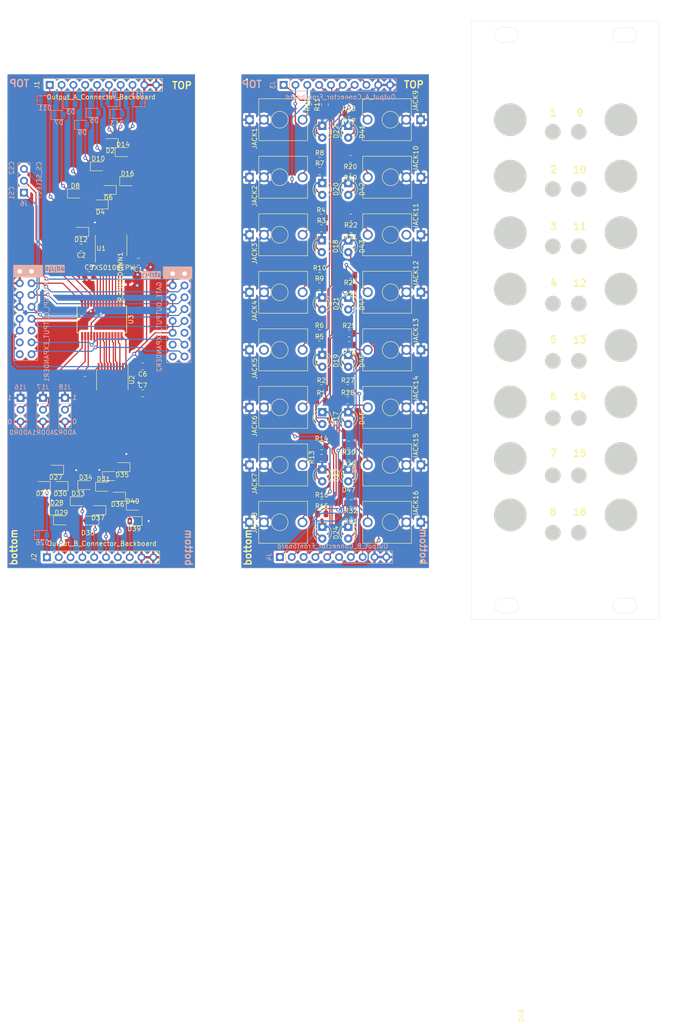
<source format=kicad_pcb>
(kicad_pcb (version 20221018) (generator pcbnew)
  (layers (0 "F.Cu" signal) (31 "B.Cu" signal) (34 "B.Paste" user) (35 "F.Paste" user) (36 "B.SilkS" user "B.Silkscreen") (37 "F.SilkS" user "F.Silkscreen") (38 "B.Mask" user) (39 "F.Mask" user) (44 "Edge.Cuts" user))
  (net 0 "")
  (net 7 "output_9_frontboard")
  (net 8 "output_9_backboard")
  (net 9 "output_8_frontboard")
  (net 10 "output_8_backboard")
  (net 11 "output_7_frontboard")
  (net 12 "output_7_backboard")
  (net 13 "output_6_frontboard")
  (net 14 "output_6_backboard")
  (net 15 "output_5_frontboard")
  (net 16 "output_5_backboard")
  (net 17 "output_4_frontboard")
  (net 18 "output_4_backboard")
  (net 19 "output_3_frontboard")
  (net 20 "output_3_backboard")
  (net 21 "output_2_frontboard")
  (net 22 "output_2_backboard")
  (net 23 "output_1_frontboard")
  (net 24 "output_1_backboard")
  (net 25 "output_16_frontboard")
  (net 26 "output_16_backboard")
  (net 27 "output_15_frontboard")
  (net 28 "output_15_backboard")
  (net 29 "output_14_frontboard")
  (net 30 "output_14_backboard")
  (net 31 "output_13_frontboard")
  (net 32 "output_13_backboard")
  (net 33 "output_12_frontboard")
  (net 34 "output_12_backboard")
  (net 35 "output_11_frontboard")
  (net 36 "output_11_backboard")
  (net 37 "output_10_frontboard")
  (net 38 "output_10_backboard")
  (net 39 "SCK")
  (net 40 "Net-(U2-OE)")
  (net 41 "Net-(U1-OE)")
  (net 42 "Net-(JACK9-Pad3)")
  (net 43 "Net-(JACK8-Pad3)")
  (net 44 "Net-(JACK7-Pad3)")
  (net 45 "Net-(JACK6-Pad3)")
  (net 46 "Net-(JACK5-Pad3)")
  (net 47 "Net-(JACK4-Pad3)")
  (net 48 "Net-(JACK3-Pad3)")
  (net 49 "Net-(JACK2-Pad3)")
  (net 50 "Net-(JACK16-Pad3)")
  (net 51 "Net-(JACK15-Pad3)")
  (net 52 "Net-(JACK14-Pad3)")
  (net 53 "Net-(JACK13-Pad3)")
  (net 54 "Net-(JACK12-Pad3)")
  (net 55 "Net-(JACK11-Pad3)")
  (net 56 "Net-(JACK10-Pad3)")
  (net 57 "Net-(JACK1-Pad3)")
  (net 58 "Net-(D48-A)")
  (net 59 "Net-(D47-A)")
  (net 60 "Net-(D46-A)")
  (net 61 "Net-(D45-A)")
  (net 62 "Net-(D44-A)")
  (net 63 "Net-(D43-A)")
  (net 64 "Net-(D42-A)")
  (net 65 "Net-(D41-A)")
  (net 66 "Net-(D24-A)")
  (net 67 "Net-(D23-A)")
  (net 68 "Net-(D22-A)")
  (net 69 "Net-(D21-A)")
  (net 70 "Net-(D20-A)")
  (net 71 "Net-(D19-A)")
  (net 72 "Net-(D18-A)")
  (net 73 "Net-(D17-A)")
  (net 74 "MOSI")
  (net 75 "MISO")
  (net 76 "INT_2")
  (net 77 "INT_1")
  (net 78 "GND")
  (net 79 "GATE_9")
  (net 80 "GATE_8")
  (net 81 "GATE_7")
  (net 82 "GATE_6")
  (net 83 "GATE_5")
  (net 84 "GATE_4")
  (net 85 "GATE_3")
  (net 86 "GATE_2")
  (net 87 "GATE_16")
  (net 88 "GATE_15")
  (net 89 "GATE_14")
  (net 90 "GATE_13")
  (net 91 "GATE_12")
  (net 92 "GATE_11")
  (net 93 "GATE_10")
  (net 94 "GATE_1")
  (net 95 "CS_INPUT")
  (net 96 "CS_2")
  (net 97 "CS_1")
  (net 98 "A2")
  (net 99 "A1")
  (net 100 "A0")
  (net 101 "+5V")
  (net 102 "+3V3")
  (footprint "Diode_SMD:D_0805_2012Metric" (layer "F.Cu") (at 161.8311 132.9933 180)
    (fp_text reference "D36")
    (fp_text value "BAT43")
  )
  (footprint "Resistor_SMD:R_0805_2012Metric" (layer "F.Cu") (at 154.8207 106.4249)
    (fp_text reference "R_PULLDOWN3" hide)
    (fp_text value "R")
  )
  (footprint "Diode_SMD:D_0805_2012Metric" (layer "F.Cu") (at 153.3475 133.9585)
    (fp_text reference "D33")
    (fp_text value "BAT43")
  )
  (footprint "Resistor_SMD:R_0805_2012Metric" (layer "F.Cu") (at 211.9376 136.652 180)
    (fp_text reference "R31")
    (fp_text value "47K")
  )
  (footprint "Diode_SMD:D_0805_2012Metric" (layer "F.Cu") (at 154.9731 130.5041)
    (fp_text reference "D34")
    (fp_text value "BAT43")
  )
  (footprint "LED_THT:LED_D3.0mm" (layer "F.Cu") (at 205.7908 102.563056 -90)
    (fp_text reference "D19")
    (fp_text value "LED")
  )
  (footprint "Capacitor_SMD:C_0805_2012Metric" (layer "F.Cu") (at 166.2863 82.5489 180)
    (fp_text reference "C1")
    (fp_text value "C_Small")
  )
  (footprint "LED_THT:LED_D3.0mm" (layer "F.Cu") (at 211.3788 102.563056 -90)
    (fp_text reference "D45")
    (fp_text value "LED")
  )
  (footprint "Capacitor_SMD:C_0805_2012Metric" (layer "F.Cu") (at 154.0231 79.5009 180)
    (fp_text reference "C2")
    (fp_text value "C_Small")
  )
  (footprint "Resistor_SMD:R_0805_2012Metric" (layer "F.Cu") (at 205.5387 112.3696)
    (fp_text reference "R1")
    (fp_text value "47K")
  )
  (footprint "doctea:Thonkiconn Renumbered" (layer "F.Cu") (at 226.9676 113.828033 -90)
    (fp_text reference "JACK14")
    (fp_text value "~")
  )
  (footprint "LED_THT:LED_D3.0mm" (layer "F.Cu") (at 211.3788 90.268742 -90)
    (fp_text reference "D44")
    (fp_text value "LED")
  )
  (footprint "Resistor_SMD:R_0805_2012Metric" (layer "F.Cu") (at 211.9376 75.5396 180)
    (fp_text reference "R21")
    (fp_text value "47K")
  )
  (footprint "Diode_SMD:D_0805_2012Metric" (layer "F.Cu") (at 163.9647 65.2769)
    (fp_text reference "D16")
    (fp_text value "BAT43")
  )
  (footprint "Resistor_SMD:R_0805_2012Metric" (layer "F.Cu") (at 211.5839 100.4316 180)
    (fp_text reference "R26")
    (fp_text value "1K")
  )
  (footprint "LED_THT:LED_D3.0mm" (layer "F.Cu") (at 205.7908 65.680114 -90)
    (fp_text reference "D20")
    (fp_text value "LED")
  )
  (footprint "Diode_SMD:D_0805_2012Metric" (layer "F.Cu") (at 148.5446 127.2021 180)
    (fp_text reference "D27")
    (fp_text value "BAT43")
  )
  (footprint "Diode_SMD:D_0805_2012Metric" (layer "F.Cu") (at 165.3871 138.2257 180)
    (fp_text reference "D39")
    (fp_text value "BAT43")
  )
  (footprint "Resistor_SMD:R_0805_2012Metric" (layer "F.Cu") (at 205.1812 100.2792)
    (fp_text reference "R5")
    (fp_text value "47K")
  )
  (footprint "doctea:Thonkiconn Renumbered" (layer "F.Cu") (at 190.171933 126.17993 90)
    (fp_text reference "JACK7")
    (fp_text value "fuzzySI_thonkiconn")
  )
  (footprint "doctea:Thonkiconn Renumbered" (layer "F.Cu") (at 190.171933 64.421645 90)
    (fp_text reference "JACK2")
    (fp_text value "fuzzySI_thonkiconn")
  )
  (footprint "Diode_SMD:D_0805_2012Metric" (layer "F.Cu") (at 158.1227 70.2553 180)
    (fp_text reference "D4")
    (fp_text value "BAT43")
  )
  (footprint "Resistor_SMD:R_0805_2012Metric" (layer "F.Cu") (at 205.232 63.0936)
    (fp_text reference "R7")
    (fp_text value "47K")
  )
  (footprint "Diode_SMD:D_0805_2012Metric" (layer "F.Cu") (at 153.9571 76.1481 180)
    (fp_text reference "D12")
    (fp_text value "BAT43")
  )
  (footprint "Resistor_SMD:R_0805_2012Metric" (layer "F.Cu") (at 204.2668 48.8169 90)
    (fp_text reference "R12")
    (fp_text value "1K")
  )
  (footprint "LED_THT:LED_D3.0mm" (layer "F.Cu") (at 205.6892 77.974428 -90)
    (fp_text reference "D18")
    (fp_text value "LED")
  )
  (footprint "Resistor_SMD:R_0805_2012Metric" (layer "F.Cu") (at 211.5801 124.3584 180)
    (fp_text reference "R29")
    (fp_text value "47K")
  )
  (footprint "Diode_SMD:D_0805_2012Metric" (layer "F.Cu") (at 148.7755 135.9397)
    (fp_text reference "D28")
    (fp_text value "BAT43")
  )
  (footprint "Resistor_SMD:R_0805_2012Metric" (layer "F.Cu") (at 205.1831 97.8916)
    (fp_text reference "R6")
    (fp_text value "1K")
  )
  (footprint "Package_SO:SSOP-28_5.3x10.2mm_P0.65mm" (layer "F.Cu") (at 158.4361 94.9373 -90)
    (fp_text reference "U3")
    (fp_text value "MCP23S17_SS")
  )
  (footprint "Diode_SMD:D_0805_2012Metric" (layer "F.Cu") (at 152.7379 67.9185)
    (fp_text reference "D8")
    (fp_text value "BAT43")
  )
  (footprint "doctea:Thonkiconn Renumbered" (layer "F.Cu") (at 226.9676 76.772806 -90)
    (fp_text reference "JACK11")
    (fp_text value "fuzzySI_thonkiconn")
  )
  (footprint "LED_THT:LED_D3.0mm" (layer "F.Cu") (at 211.3788 114.85737 -90)
    (fp_text reference "D46")
    (fp_text value "LED")
  )
  (footprint "Diode_SMD:D_0805_2012Metric" (layer "F.Cu") (at 160.2563 128.5737)
    (fp_text reference "D32" hide)
    (fp_text value "BAT43")
  )
  (footprint "Diode_SMD:D_0805_2012Metric" (layer "F.Cu") (at 159.8499 67.1565 180)
    (fp_text reference "D6")
    (fp_text value "BAT43")
  )
  (footprint "Resistor_SMD:R_0805_2012Metric" (layer "F.Cu") (at 205.5368 73.1012)
    (fp_text reference "R4")
    (fp_text value "1K")
  )
  (footprint "Capacitor_SMD:C_0805_2012Metric" (layer "F.Cu") (at 167.2311 110.7937)
    (fp_text reference "C7")
    (fp_text value "C_Small")
  )
  (footprint "doctea:Thonkiconn Renumbered" (layer "F.Cu") (at 226.9676 64.421397 -90)
    (fp_text reference "JACK10")
    (fp_text value "fuzzySI_thonkiconn")
  )
  (footprint "doctea:Thonkiconn Renumbered" (layer "F.Cu") (at 226.9676 101.476624 -90)
    (fp_text reference "JACK13")
    (fp_text value "fuzzySI_thonkiconn")
  )
  (footprint "Resistor_SMD:R_0805_2012Metric" (layer "F.Cu") (at 206.3496 48.8188 90)
    (fp_text reference "R11")
    (fp_text value "47K")
  )
  (footprint "Resistor_SMD:R_0805_2012Metric" (layer "F.Cu") (at 205.232 85.5472)
    (fp_text reference "R10")
    (fp_text value "1K")
  )
  (footprint "Resistor_SMD:R_0805_2012Metric" (layer "F.Cu") (at 211.5293 50.6984 180)
    (fp_text reference "R17")
    (fp_text value "47K")
  )
  (footprint "Package_SO:TSSOP-20_4.4x6.5mm_P0.65mm" (layer "F.Cu") (at 160.4301 79.026 90)
    (fp_text reference "U1")
    (fp_text value "TXS0108EPW")
  )
  (footprint "Resistor_SMD:R_0805_2012Metric" (layer "F.Cu") (at 211.2791 112.3188)
    (fp_text reference "R28")
    (fp_text value "1K")
  )
  (footprint "LED_THT:LED_D3.0mm" (layer "F.Cu") (at 205.7908 53.3858 -90)
    (fp_text reference "D22")
    (fp_text value "LED")
  )
  (footprint "LED_THT:LED_D3.0mm" (layer "F.Cu") (at 211.3788 139.446 -90)
    (fp_text reference "D48")
    (fp_text value "LED")
  )
  (footprint "Diode_SMD:D_0805_2012Metric" (layer "F.Cu") (at 157.6655 62.0765)
    (fp_text reference "D10")
    (fp_text value "BAT43")
  )
  (footprint "doctea:Thonkiconn Renumbered" (layer "F.Cu") (at 190.1556 138.494851 90)
    (fp_text reference "JACK8")
    (fp_text value "fuzzySI_thonkiconn")
  )
  (footprint "Resistor_SMD:R_0805_2012Metric" (layer "F.Cu") (at 211.9376 134.366 180)
    (fp_text reference "R32")
    (fp_text value "1K")
  )
  (footprint "LED_THT:LED_D3.0mm" (layer "F.Cu") (at 211.3788 127.151684 -90)
    (fp_text reference "D47")
    (fp_text value "LED")
  )
  (footprint "doctea:Thonkiconn Renumbered" (layer "F.Cu") (at 190.171933 113.828273 90)
    (fp_text reference "JACK6")
    (fp_text value "fuzzySI_thonkiconn")
  )
  (footprint "doctea:Thonkiconn Renumbered" (layer "F.Cu") (at 226.9676 89.109215 -90)
    (fp_text reference "JACK12")
    (fp_text value "fuzzySI_thonkiconn")
  )
  (footprint "Diode_SMD:D_0805_2012Metric" (layer "F.Cu") (at 156.0907 138.1241 180)
    (fp_text reference "D38")
    (fp_text value "BAT43")
  )
  (footprint "Connector_PinSocket_2.54mm:PinSocket_1x10_P2.54mm_Vertical" (layer "F.Cu") (at 147.2515 44.6013 90)
    (fp_text reference "J1")
    (fp_text value "Output_A_Connector_Backboard")
  )
  (footprint "doctea:Thonkiconn Renumbered" (layer "F.Cu") (at 190.171933 89.124959 90)
    (fp_text reference "JACK4")
    (fp_text value "fuzzySI_thonkiconn")
  )
  (footprint "Resistor_SMD:R_0805_2012Metric" (layer "F.Cu") (at 211.5839 97.9424)
    (fp_text reference "R25")
    (fp_text value "47K")
  )
  (footprint "Resistor_SMD:R_0805_2012Metric" (layer "F.Cu") (at 205.5895 109.6772)
    (fp_text reference "R2")
    (fp_text value "1K")
  )
  (footprint "Diode_SMD:D_0805_2012Metric" (layer "F.Cu") (at 162.7963 126.6433 180)
    (fp_text reference "D35")
    (fp_text value "BAT43")
  )
  (footprint "Resistor_SMD:R_0805_2012Metric" (layer "F.Cu") (at 205.6384 124.6632)
    (fp_text reference "R13")
    (fp_text value "47K")
  )
  (footprint "doctea:Thonkiconn Renumbered" (layer "F.Cu") (at 190.171933 101.476616 90)
    (fp_text reference "JACK5")
    (fp_text value "fuzzySI_thonkiconn")
  )
  (footprint "doctea:Thonkiconn Renumbered" (layer "F.Cu") (at 226.9124 52.069988 -90)
    (fp_text reference "JACK9")
    (fp_text value "fuzzySI_thonkiconn")
  )
  (footprint "doctea:Thonkiconn Renumbered" (layer "F.Cu") (at 190.1716 52.069988 90)
    (fp_text reference "JACK1")
    (fp_text value "~")
  )
  (footprint "doctea:Thonkiconn Renumbered" (layer "F.Cu") (at 226.9676 126.179442 -90)
    (fp_text reference "JACK15")
    (fp_text value "fuzzySI_thonkiconn")
  )
  (footprint "Diode_SMD:D_0805_2012Metric" (layer "F.Cu") (at 160.2563 57.0981 180)
    (fp_text reference "D2")
    (fp_text value "BAT43")
  )
  (footprint "Resistor_SMD:R_0805_2012Metric" (layer "F.Cu") (at 211.836 62.8904 180)
    (fp_text reference "R19")
    (fp_text value "47K")
  )
  (footprint "Resistor_SMD:R_0805_2012Metric" (layer "F.Cu") (at 205.6911 136.7028)
    (fp_text reference "R15")
    (fp_text value "47K")
  )
  (footprint "Resistor_SMD:R_0805_2012Metric" (layer "F.Cu") (at 211.9414 73.0504 180)
    (fp_text reference "R22")
    (fp_text value "1K")
  )
  (footprint "LED_THT:LED_D3.0mm" (layer "F.Cu") (at 211.3788 65.680114 -90)
    (fp_text reference "D42")
    (fp_text value "LED")
  )
  (footprint "Diode_SMD:D_0805_2012Metric" (layer "F.Cu") (at 165.3871 134.9237)
    (fp_text reference "D40")
    (fp_text value "BAT43")
  )
  (footprint "Resistor_SMD:R_0805_2012Metric" (layer "F.Cu") (at 205.232 60.8584)
    (fp_text reference "R8")
    (fp_text value "1K")
  )
  (footprint "Diode_SMD:D_0805_2012Metric" (layer "F.Cu") (at 157.6147 135.8889 180)
    (fp_text reference "D37")
    (fp_text value "BAT43")
  )
  (footprint "Diode_SMD:D_0805_2012Metric" (layer "F.Cu") (at 149.7407 138.0733)
    (fp_text reference "D29")
    (fp_text value "BAT43")
  )
  (footprint "doctea:Thonkiconn Renumbered" (layer "F.Cu") (at 226.951267 138.494851 -90)
    (fp_text reference "JACK16")
    (fp_text value "fuzzySI_thonkiconn")
  )
  (footprint "Resistor_SMD:R_0805_2012Metric" (layer "F.Cu") (at 211.8868 85.3948 180)
    (fp_text reference "R24")
    (fp_text value "1K")
  )
  (footprint "LED_THT:LED_D3.0mm" (layer "F.Cu") (at 205.7908 139.446 -90)
    (fp_text reference "D24")
    (fp_text value "LED")
  )
  (footprint "Resistor_SMD:R_0805_2012Metric" (layer "F.Cu") (at 211.8341 60.5028 180)
    (fp_text reference "R20")
    (fp_text value "1K")
  )
  (footprint "Resistor_SMD:R_0805_2012Metric" (layer "F.Cu") (at 164.0663 85.8001 90)
    (fp_text reference "R_PULLDOWN1")
    (fp_text value "R")
  )
  (footprint "Resistor_SMD:R_0805_2012Metric" (layer "F.Cu") (at 211.4823 121.8184 180)
    (fp_text reference "R30")
    (fp_text value "1K")
  )
  (footprint "Resistor_SMD:R_0805_2012Metric" (layer "F.Cu") (at 205.6911 134.2644)
    (fp_text reference "R16")
    (fp_text value "1K")
  )
  (footprint "doctea:Thonkiconn Renumbered" (layer "F.Cu") (at 190.171933 76.773302 90)
    (fp_text reference "JACK3")
    (fp_text value "fuzzySI_thonkiconn")
  )
  (footprint "Resistor_SMD:R_0805_2012Metric" (layer "F.Cu") (at 205.6403 122.174)
    (fp_text reference "R14")
    (fp_text value "1K")
  )
  (footprint "Diode_SMD:D_0805_2012Metric" (layer "F.Cu") (at 162.9995 59.0285)
    (fp_text reference "D14")
    (fp_text value "BAT43")
  )
  (footprint "Capacitor_SMD:C_0805_2012Metric" (layer "F.Cu") (at 167.2007 105.0025 180)
    (fp_text reference "C6")
    (fp_text value "C_Small")
  )
  (footprint "Resistor_SMD:R_0805_2012Metric" (layer "F.Cu") (at 211.2791 109.6772)
    (fp_text reference "R27")
    (fp_text value "47K")
  )
  (footprint "Capacitor_SMD:C_0805_2012Metric" (layer "F.Cu") (at 155.6843 85.4445)
    (fp_text reference "C5")
    (fp_text value "C_Small")
  )
  (footprint "Resistor_SMD:R_0805_2012Metric" (layer "F.Cu") (at 211.5293 48.0568 180)
    (fp_text reference "R18")
    (fp_text value "1K")
  )
  (footprint "LED_THT:LED_D3.0mm" (layer "F.Cu") (at 205.7908 127.151684 -90)
    (fp_text reference "D23")
    (fp_text value "LED")
  )
  (footprint "Package_SO:TSSOP-20_4.4x6.5mm_P0.65mm" (layer "F.Cu") (at 160.6921 107.9158 -90)
    (fp_text reference "U2")
    (fp_text value "TXS0108EPW")
  )
  (footprint "LED_THT:LED_D3.0mm" (layer "F.Cu") (at 205.7908 90.268742 -90)
    (fp_text reference "D21")
    (fp_text value "LED")
  )
  (footprint "Connector_PinSocket_2.54mm:PinSocket_1x10_P2.54mm_Vertical" (layer "F.Cu") (at 146.6419 145.9981 90)
    (fp_text reference "J2")
    (fp_text value "Output_B_Connector_Backboard")
  )
  (footprint "LED_THT:LED_D3.0mm" (layer "F.Cu") (at 211.3788 77.974428 -90)
    (fp_text reference "D43")
    (fp_text value "LED")
  )
  (footprint "Resistor_SMD:R_0805_2012Metric" (layer "F.Cu") (at 205.1793 87.8332)
    (fp_text reference "R9")
    (fp_text value "47K")
  )
  (footprint "LED_THT:LED_D3.0mm" (layer "F.Cu") (at 205.7908 114.85737 -90)
    (fp_text reference "D17")
    (fp_text value "LED")
  )
  (footprint "Diode_SMD:D_0805_2012Metric" (layer "F.Cu") (at 145.7044 130.7073 180)
    (fp_text reference "D25")
    (fp_text value "BAT43")
  )
  (footprint "LED_THT:LED_D3.0mm" (layer "F.Cu") (at 211.3788 53.3858 -90)
    (fp_text reference "D41")
    (fp_text value "LED")
  )
  (footprint "Resistor_SMD:R_0805_2012Metric" (layer "F.Cu") (at 211.8849 87.9856 180)
    (fp_text reference "R23")
    (fp_text value "47K")
  )
  (footprint "Diode_SMD:D_0805_2012Metric" (layer "F.Cu") (at 149.5144 130.7073 180)
    (fp_text reference "D30")
    (fp_text value "BAT43")
  )
  (footprint "Resistor_SMD:R_0805_2012Metric" (layer "F.Cu") (at 205.5876 75.3872)
    (fp_text reference "R3")
    (fp_text value "47K")
  )
  (footprint "Diode_SMD:D_0805_2012Metric" (layer "F.Cu") (at 158.7831 130.8597)
    (fp_text reference "D31")
    (fp_text value "BAT43")
  )
  (footprint "Connector_PinHeader_2.54mm:PinHeader_1x10_P2.54mm_Vertical" (layer "B.Cu") (at 196.6976 145.9484 -90)
    (fp_text reference "J4")
    (fp_text value "Output_B_Connector_Frontboard")
  )
  (footprint "Connector_PinHeader_2.54mm:PinHeader_1x03_P2.54mm_Vertical" (layer "B.Cu") (at 140.97 111.7854 180)
    (fp_text reference "J16")
    (fp_text value "ADDR0")
  )
  (footprint "Connector_PinHeader_2.54mm:PinHeader_2x08_P2.54mm_Vertical" (layer "B.Cu") (at 143.3399 84.6317 180)
    (fp_text reference "GATE_SPI_OUTPUT_EXPANDER1")
    (fp_text value "16 pin header")
  )
  (footprint "Diode_SMD:D_0805_2012Metric" (layer "B.Cu") (at 160.5888 48.2589 180)
    (fp_text reference "D1")
    (fp_text value "BAT43")
  )
  (footprint "Connector_PinHeader_2.54mm:PinHeader_1x03_P2.54mm_Vertical" (layer "B.Cu") (at 150.5204 111.7854 180)
    (fp_text reference "J18")
    (fp_text value "ADDR2")
  )
  (footprint "Diode_SMD:D_0805_2012Metric" (layer "B.Cu") (at 149.2096 51.0529)
    (fp_text reference "D7")
    (fp_text value "BAT43")
  )
  (footprint "Connector_PinHeader_2.54mm:PinHeader_1x03_P2.54mm_Vertical" (layer "B.Cu") (at 141.7143 67.7153)
    (fp_text reference "J6")
    (fp_text value "CS_SELECT")
  )
  (footprint "Diode_SMD:D_0805_2012Metric" (layer "B.Cu") (at 156.8019 50.5957)
    (fp_text reference "D5")
    (fp_text value "BAT43")
  )
  (footprint "Diode_SMD:D_0805_2012Metric" (layer "B.Cu") (at 154.2619 53.1865)
    (fp_text reference "D9")
    (fp_text value "BAT43")
  )
  (footprint "Diode_SMD:D_0805_2012Metric" (layer "B.Cu") (at 145.6767 141.2229)
    (fp_text reference "D26")
    (fp_text value "BAT43")
  )
  (footprint "Connector_PinHeader_2.54mm:PinHeader_1x10_P2.54mm_Vertical" (layer "B.Cu") (at 197.4965 44.6013 -90)
    (fp_text reference "J3")
    (fp_text value "Output_A_Connector_Frontboard")
  )
  (footprint "Diode_SMD:D_0805_2012Metric" (layer "B.Cu") (at 146.2355 47.9033)
    (fp_text reference "D11")
    (fp_text value "BAT43")
  )
  (footprint "Diode_SMD:D_0805_2012Metric" (layer "B.Cu") (at 151.7727 48.7161)
    (fp_text reference "D3")
    (fp_text value "BAT43")
  )
  (footprint "Diode_SMD:D_0805_2012Metric" (layer "B.Cu") (at 166.0244 48.3097 180)
    (fp_text reference "D15")
    (fp_text value "BAT43")
  )
  (footprint "Connector_PinHeader_2.54mm:PinHeader_1x03_P2.54mm_Vertical" (layer "B.Cu") (at 145.796 111.7854 180)
    (fp_text reference "J17")
    (fp_text value "ADDR1")
  )
  (footprint "Diode_SMD:D_0805_2012Metric" (layer "B.Cu") (at 161.8819 50.7989)
    (fp_text reference "D13")
    (fp_text value "BAT43")
  )
  (footprint "Connector_PinHeader_2.54mm:PinHeader_2x08_P2.54mm_Vertical" (layer "B.Cu") (at 176.1998 85.1154 180)
    (fp_text reference "GATE_OUTPUT_EXPANDER2")
    (fp_text value "16 pin header")
  )
  (gr_rect (start 171.6278 83.6422) (end 177.8092 86.1822) (stroke (width 0.12)) (fill solid) (layer "B.SilkS"))
  (gr_rect (start 139.5461 83.3109) (end 145.7275 85.8509) (stroke (width 0.12)) (fill solid) (layer "B.SilkS"))
  (gr_circle (center 246.1806 76.308844) (end 249.6806 76.308844) (stroke (width 0.05)) (fill solid) (layer "Edge.Cuts"))
  (gr_circle (center 255.320197 91.5388) (end 256.9912 91.5388) (stroke (width 0.05)) (fill solid) (layer "Edge.Cuts"))
  (gr_line (start 271.7808 32.2728) (end 269.7808 32.2728) (stroke (width 0.05)) (layer "Edge.Cuts"))
  (gr_circle (center 269.961 112.667128) (end 273.461 112.667128) (stroke (width 0.05)) (fill solid) (layer "Edge.Cuts"))
  (gr_circle (center 246.1806 64.189416) (end 249.6806 64.189416) (stroke (width 0.05)) (fill solid) (layer "Edge.Cuts"))
  (gr_line (start 188.40498 42.3153) (end 188.40498 148.3349) (stroke (width 0.05)) (layer "Edge.Cuts"))
  (gr_arc (start 244.3808 35.4728) (mid 242.7808 33.8728) (end 244.3808 32.2728) (stroke (width 0.05)) (layer "Edge.Cuts"))
  (gr_line (start 237.8808 159.3728) (end 278.1808 159.3728) (stroke (width 0.05)) (layer "Edge.Cuts"))
  (gr_line (start 178.4604 42.3164) (end 138.1604 42.3142) (stroke (width 0.05)) (layer "Edge.Cuts"))
  (gr_line (start 188.40498 42.3153) (end 228.70498 42.3153) (stroke (width 0.05)) (layer "Edge.Cuts"))
  (gr_line (start 246.3808 154.7728) (end 244.3808 154.7728) (stroke (width 0.05)) (layer "Edge.Cuts"))
  (gr_circle (center 246.1806 112.667128) (end 249.6806 112.667128) (stroke (width 0.05)) (fill solid) (layer "Edge.Cuts"))
  (gr_line (start 278.1808 159.3728) (end 278.1808 30.8728) (stroke (width 0.05)) (layer "Edge.Cuts"))
  (gr_circle (center 269.961 100.5477) (end 273.461 100.5477) (stroke (width 0.05)) (fill solid) (layer "Edge.Cuts"))
  (gr_arc (start 246.3808 32.2728) (mid 247.9808 33.8728) (end 246.3808 35.4728) (stroke (width 0.05)) (layer "Edge.Cuts"))
  (gr_circle (center 246.1806 52.069988) (end 249.6806 52.069988) (stroke (width 0.05)) (fill solid) (layer "Edge.Cuts"))
  (gr_circle (center 255.320197 103.8328) (end 256.9912 103.8328) (stroke (width 0.05)) (fill solid) (layer "Edge.Cuts"))
  (gr_circle (center 269.961 64.189416) (end 273.461 64.189416) (stroke (width 0.05)) (fill solid) (layer "Edge.Cuts"))
  (gr_circle (center 246.1806 136.905988) (end 249.6806 136.905988) (stroke (width 0.05)) (fill solid) (layer "Edge.Cuts"))
  (gr_circle (center 260.908003 91.539) (end 259.237 91.539) (stroke (width 0.05)) (fill solid) (layer "Edge.Cuts"))
  (gr_circle (center 255.320197 66.9548) (end 256.9912 66.9548) (stroke (width 0.05)) (fill solid) (layer "Edge.Cuts"))
  (gr_arc (start 271.7808 154.7728) (mid 273.3808 156.3728) (end 271.7808 157.9728) (stroke (width 0.05)) (layer "Edge.Cuts"))
  (gr_circle (center 246.1806 124.786556) (end 249.6806 124.786556) (stroke (width 0.05)) (fill solid) (layer "Edge.Cuts"))
  (gr_line (start 138.1604 42.3142) (end 138.1604 148.336) (stroke (width 0.05)) (layer "Edge.Cuts"))
  (gr_circle (center 255.320197 54.6608) (end 256.9912 54.6608) (stroke (width 0.05)) (fill solid) (layer "Edge.Cuts"))
  (gr_arc (start 244.3808 157.9728) (mid 242.7808 156.3728) (end 244.3808 154.7728) (stroke (width 0.05)) (layer "Edge.Cuts"))
  (gr_circle (center 269.961 52.069988) (end 273.461 52.069988) (stroke (width 0.05)) (fill solid) (layer "Edge.Cuts"))
  (gr_line (start 269.7808 157.9728) (end 271.7808 157.9728) (stroke (width 0.05)) (layer "Edge.Cuts"))
  (gr_line (start 278.1808 30.8728) (end 237.8808 30.8728) (stroke (width 0.05)) (layer "Edge.Cuts"))
  (gr_arc (start 269.7808 35.4728) (mid 268.1808 33.8728) (end 269.7808 32.2728) (stroke (width 0.05)) (layer "Edge.Cuts"))
  (gr_circle (center 269.961 124.786556) (end 273.461 124.786556) (stroke (width 0.05)) (fill solid) (layer "Edge.Cuts"))
  (gr_circle (center 246.1806 88.428272) (end 249.6806 88.428272) (stroke (width 0.05)) (fill solid) (layer "Edge.Cuts"))
  (gr_line (start 244.3808 35.4728) (end 246.3808 35.4728) (stroke (width 0.05)) (layer "Edge.Cuts"))
  (gr_circle (center 260.908003 103.833) (end 259.237 103.833) (stroke (width 0.05)) (fill solid) (layer "Edge.Cuts"))
  (gr_circle (center 255.320197 116.1328) (end 256.9912 116.1328) (stroke (width 0.05)) (fill solid) (layer "Edge.Cuts"))
  (gr_circle (center 246.1806 100.5477) (end 249.6806 100.5477) (stroke (width 0.05)) (fill solid) (layer "Edge.Cuts"))
  (gr_line (start 246.3808 32.2728) (end 244.3808 32.2728) (stroke (width 0.05)) (layer "Edge.Cuts"))
  (gr_circle (center 255.320197 140.7158) (end 256.9912 140.7158) (stroke (width 0.05)) (fill solid) (layer "Edge.Cuts"))
  (gr_arc (start 271.7808 32.2728) (mid 273.3808 33.8728) (end 271.7808 35.4728) (stroke (width 0.05)) (layer "Edge.Cuts"))
  (gr_circle (center 260.908003 54.661) (end 259.237 54.661) (stroke (width 0.05)) (fill solid) (layer "Edge.Cuts"))
  (gr_circle (center 269.961 88.428272) (end 273.461 88.428272) (stroke (width 0.05)) (fill solid) (layer "Edge.Cuts"))
  (gr_line (start 244.3808 157.9728) (end 246.3808 157.9728) (stroke (width 0.05)) (layer "Edge.Cuts"))
  (gr_circle (center 269.961 136.905988) (end 273.461 136.905988) (stroke (width 0.05)) (fill solid) (layer "Edge.Cuts"))
  (gr_circle (center 260.908003 116.133) (end 259.237 116.133) (stroke (width 0.05)) (fill solid) (layer "Edge.Cuts"))
  (gr_circle (center 260.908003 66.955) (end 259.237 66.955) (stroke (width 0.05)) (fill solid) (layer "Edge.Cuts"))
  (gr_line (start 271.7808 154.7728) (end 269.7808 154.7728) (stroke (width 0.05)) (layer "Edge.Cuts"))
  (gr_circle (center 260.908003 128.427) (end 259.237 128.427) (stroke (width 0.05)) (fill solid) (layer "Edge.Cuts"))
  (gr_line (start 237.8808 30.8728) (end 237.8808 159.3728) (stroke (width 0.05)) (layer "Edge.Cuts"))
  (gr_circle (center 269.961 76.308844) (end 273.461 76.308844) (stroke (width 0.05)) (fill solid) (layer "Edge.Cuts"))
  (gr_line (start 188.40498 148.3349) (end 228.70498 148.3371) (stroke (width 0.05)) (layer "Edge.Cuts"))
  (gr_circle (center 260.908003 79.245) (end 259.237 79.245) (stroke (width 0.05)) (fill solid) (layer "Edge.Cuts"))
  (gr_arc (start 246.3808 154.7728) (mid 247.9808 156.3728) (end 246.3808 157.9728) (stroke (width 0.05)) (layer "Edge.Cuts"))
  (gr_line (start 228.70498 148.3371) (end 228.70498 42.3153) (stroke (width 0.05)) (layer "Edge.Cuts"))
  (gr_circle (center 255.320197 79.2448) (end 256.9912 79.2448) (stroke (width 0.05)) (fill solid) (layer "Edge.Cuts"))
  (gr_line (start 269.7808 35.4728) (end 271.7808 35.4728) (stroke (width 0.05)) (layer "Edge.Cuts"))
  (gr_circle (center 255.320197 128.4268) (end 256.9912 128.4268) (stroke (width 0.05)) (fill solid) (layer "Edge.Cuts"))
  (gr_line (start 178.4604 148.336) (end 138.1604 148.336) (stroke (width 0.05)) (layer "Edge.Cuts"))
  (gr_line (start 178.4604 148.336) (end 178.4604 42.3164) (stroke (width 0.05)) (layer "Edge.Cuts"))
  (gr_arc (start 269.7808 157.9728) (mid 268.1808 156.3728) (end 269.7808 154.7728) (stroke (width 0.05)) (layer "Edge.Cuts"))
  (gr_circle (center 260.908003 140.716) (end 259.237 140.716) (stroke (width 0.05)) (fill solid) (layer "Edge.Cuts"))
  (gr_text "1" (at 138.6332 111.76) (layer "B.SilkS") (effects (font (size 1 1)) (justify mirror)))
  (gr_text "bottom" (at 226.6442 147.8026 -90) (layer "B.SilkS") (effects (font (size 1.5 1.5) (thickness 0.3) bold) (justify left bottom mirror)))
  (gr_text "bottom" (at 176.2252 148.0312 -90) (layer "B.SilkS") (effects (font (size 1.5 1.5) (thickness 0.3) bold) (justify left bottom mirror)))
  (gr_text "1" (at 152.5778 111.6838) (layer "B.SilkS") (effects (font (size 1 1)) (justify mirror)))
  (gr_text "0\n" (at 138.6586 116.9416) (layer "B.SilkS") (effects (font (size 1 1)) (justify mirror)))
  (gr_text "0\n" (at 152.6032 116.8654) (layer "B.SilkS") (effects (font (size 1 1)) (justify mirror)))
  (gr_text "stripe" (at 171.2214 85.8774) (layer "B.SilkS" knockout) (effects (font (size 1 1)) (justify left bottom mirror)))
  (gr_text "Output_A_Connector_Frontboard" (at 209.7278 47.1932) (layer "B.SilkS") (effects (font (size 1 1)) (justify mirror)))
  (gr_text "stripe" (at 146.1339 83.6157 180) (layer "B.SilkS" knockout) (effects (font (size 1 1)) (justify left bottom mirror)))
  (gr_text "TOP" (at 143.002 45.1612) (layer "B.SilkS") (effects (font (size 1.5 1.5) (thickness 0.3) bold) (justify left bottom mirror)))
  (gr_text "Output_B_Connector_Frontboard" (at 208.026 143.5862) (layer "B.SilkS") (effects (font (size 1 1)) (justify mirror)))
  (gr_text "CS1" (at 139.0904 67.818 90) (layer "B.SilkS") (effects (font (size 1 1)) (justify mirror)))
  (gr_text "TOP" (at 192.9638 45.339) (layer "B.SilkS") (effects (font (size 1.5 1.5) (thickness 0.3) bold) (justify left bottom mirror)))
  (gr_text "CS2" (at 139.0904 62.4332 90) (layer "B.SilkS") (effects (font (size 1 1)) (justify mirror)))
  (gr_text "9" (at 260.223 51.5112) (layer "F.SilkS") (effects (font (size 1.5 1.5) (thickness 0.3) bold) (justify left bottom)))
  (gr_text "12" (at 259.508714 88.023699) (layer "F.SilkS") (effects (font (size 1.5 1.5) (thickness 0.3) bold) (justify left bottom)))
  (gr_text "13" (at 259.508714 100.194532) (layer "F.SilkS") (effects (font (size 1.5 1.5) (thickness 0.3) bold) (justify left bottom)))
  (gr_text "6" (at 254.5588 112.339965) (layer "F.SilkS") (effects (font (size 1.5 1.5) (thickness 0.3) bold) (justify left bottom)))
  (gr_text "2" (at 254.5588 63.656633) (layer "F.SilkS") (effects (font (size 1.5 1.5) (thickness 0.3) bold) (justify left bottom)))
  (gr_text "15" (at 259.508714 124.5362) (layer "F.SilkS") (effects (font (size 1.5 1.5) (thickness 0.3) bold) (justify left bottom)))
  (gr_text "5" (at 254.5588 100.169132) (layer "F.SilkS") (effects (font (size 1.5 1.5) (thickness 0.3) bold) (justify left bottom)))
  (gr_text "3\n" (at 254.5588 75.827466) (layer "F.SilkS") (effects (font (size 1.5 1.5) (thickness 0.3) bold) (justify left bottom)))
  (gr_text "16" (at 259.508714 137.1346) (layer "F.SilkS") (effects (font (size 1.5 1.5) (thickness 0.3) bold) (justify left bottom)))
  (gr_text "1" (at 254.5588 51.4858) (layer "F.SilkS") (effects (font (size 1.5 1.5) (thickness 0.3) bold) (justify left bottom)))
  (gr_text "7" (at 254.5588 124.5108) (layer "F.SilkS") (effects (font (size 1.5 1.5) (thickness 0.3) bold) (justify left bottom)))
  (gr_text "10" (at 259.508714 63.682033) (layer "F.SilkS") (effects (font (size 1.5 1.5) (thickness 0.3) bold) (justify left bottom)))
  (gr_text "bottom" (at 190.6778 147.9804 90) (layer "F.SilkS") (effects (font (size 1.5 1.5) (thickness 0.3) bold) (justify left bottom)))
  (gr_text "TOP" (at 223.1644 45.4152) (layer "F.SilkS") (effects (font (size 1.5 1.5) (thickness 0.3) bold) (justify left bottom)))
  (gr_text "11" (at 259.508714 75.852866) (layer "F.SilkS") (effects (font (size 1.5 1.5) (thickness 0.3) bold) (justify left bottom)))
  (gr_text "8" (at 254.4572 137.1854) (layer "F.SilkS") (effects (font (size 1.5 1.5) (thickness 0.3) bold) (justify left bottom)))
  (gr_text "4" (at 254.5588 87.998299) (layer "F.SilkS") (effects (font (size 1.5 1.5) (thickness 0.3) bold) (justify left bottom)))
  (gr_text "TOP" (at 173.355 45.593) (layer "F.SilkS") (effects (font (size 1.5 1.5) (thickness 0.3) bold) (justify left bottom)))
  (gr_text "bottom" (at 140.3858 147.9296 90) (layer "F.SilkS") (effects (font (size 1.5 1.5) (thickness 0.3) bold) (justify left bottom)))
  (gr_text "14" (at 259.508714 112.365365) (layer "F.SilkS") (effects (font (size 1.5 1.5) (thickness 0.3) bold) (justify left bottom)))
  (segment (start 213.406173 110.891773) (end 213.777801 110.891773) (width 0.25) (layer "F.Cu") (net 7))
  (segment (start 212.1916 109.6772) (end 212.1916 112.3188) (width 0.25) (layer "F.Cu") (net 7))
  (segment (start 212.1916 109.6772) (end 213.406173 110.891773) (width 0.25) (layer "F.Cu") (net 7))
  (via (at 213.777801 110.891773) (size 0.8) (drill 0.4) (layers "F.Cu" "B.Cu") (net 7))
  (segment (start 214.4776 145.9484) (end 214.4776 144.746319) (width 0.25) (layer "B.Cu") (net 7))
  (segment (start 214.4776 144.746319) (end 213.777801 144.04652) (width 0.25) (layer "B.Cu") (net 7))
  (segment (start 213.777801 144.04652) (end 213.777801 110.891773) (width 0.25) (layer "B.Cu") (net 7))
  (segment (start 165.6919 129.0586) (end 164.4496 130.3009) (width 0.25) (layer "F.Cu") (net 8))
  (segment (start 164.4496 134.9237) (end 164.4496 130.3009) (width 0.25) (layer "F.Cu") (net 8))
  (segment (start 164.4496 124.2049) (end 164.4496 111.6108) (width 0.25) (layer "F.Cu") (net 8))
  (segment (start 164.4496 138.2257) (end 164.4496 134.9237) (width 0.25) (layer "F.Cu") (net 8))
  (segment (start 164.4496 111.6108) (end 163.6171 110.7783) (width 0.25) (layer "F.Cu") (net 8))
  (segment (start 164.4496 124.2049) (end 165.6919 125.4472) (width 0.25) (layer "F.Cu") (net 8))
  (segment (start 165.6919 125.4472) (end 165.6919 129.0586) (width 0.25) (layer "F.Cu") (net 8))
  (via (at 164.4496 138.2257) (size 0.8) (drill 0.4) (layers "F.Cu" "B.Cu") (net 8))
  (segment (start 164.4219 138.2534) (end 164.4496 138.2257) (width 0.25) (layer "B.Cu") (net 8))
  (segment (start 164.4219 145.9981) (end 164.4219 138.2534) (width 0.25) (layer "B.Cu") (net 8))
  (segment (start 194.8688 115.0112) (end 199.9488 120.0912) (width 0.25) (layer "F.Cu") (net 9))
  (segment (start 194.8688 43.875902) (end 194.8688 115.0112) (width 0.25) (layer "F.Cu") (net 9))
  (segment (start 206.6036 132.7404) (end 206.6036 134.2644) (width 0.25) (layer "F.Cu") (net 9))
  (segment (start 213.4694 42.527388) (end 196.217314 42.527388) (width 0.25) (layer "F.Cu") (net 9))
  (segment (start 206.6036 134.2644) (end 206.6036 136.7028) (width 0.25) (layer "F.Cu") (net 9))
  (segment (start 196.217314 42.527388) (end 194.8688 43.875902) (width 0.25) (layer "F.Cu") (net 9))
  (segment (start 215.5444 44.602388) (end 213.4694 42.527388) (width 0.25) (layer "F.Cu") (net 9))
  (segment (start 207.4672 131.8768) (end 206.6036 132.7404) (width 0.25) (layer "F.Cu") (net 9))
  (via (at 207.4672 131.8768) (size 0.8) (drill 0.4) (layers "F.Cu" "B.Cu") (net 9))
  (via (at 199.9488 120.0912) (size 0.8) (drill 0.4) (layers "F.Cu" "B.Cu") (net 9))
  (segment (start 207.4672 122.6312) (end 204.9272 120.0912) (width 0.25) (layer "B.Cu") (net 9))
  (segment (start 207.4672 131.8768) (end 207.4672 122.6312) (width 0.25) (layer "B.Cu") (net 9))
  (segment (start 204.9272 120.0912) (end 199.9488 120.0912) (width 0.25) (layer "B.Cu") (net 9))
  (segment (start 165.0823 53.4405) (end 163.0272 55.4956) (width 0.25) (layer "F.Cu") (net 10))
  (segment (start 162.7051 65.599) (end 162.7051 76.1635) (width 0.25) (layer "F.Cu") (net 10))
  (segment (start 163.0272 65.2769) (end 162.7051 65.599) (width 0.25) (layer "F.Cu") (net 10))
  (segment (start 163.0272 55.4956) (end 163.0272 65.2769) (width 0.25) (layer "F.Cu") (net 10))
  (via (at 165.0823 53.4405) (size 0.8) (drill 0.4) (layers "F.Cu" "B.Cu") (net 10))
  (segment (start 165.0315 53.3897) (end 165.0315 44.6013) (width 0.25) (layer "B.Cu") (net 10))
  (segment (start 165.0823 53.4405) (end 165.0315 53.3897) (width 0.25) (layer "B.Cu") (net 10))
  (segment (start 206.5509 124.6632) (end 206.5509 122.1759) (width 0.25) (layer "F.Cu") (net 11))
  (segment (start 212.7365 44.6013) (end 212.546627 44.6013) (width 0.25) (layer "F.Cu") (net 11))
  (segment (start 208.330503 120.396297) (end 208.330503 113.715446) (width 0.25) (layer "F.Cu") (net 11))
  (segment (start 206.5528 122.174) (end 208.330503 120.396297) (width 0.25) (layer "F.Cu") (net 11))
  (segment (start 209.425303 58.521367) (end 209.425303 51.307767) (width 0.25) (layer "F.Cu") (net 11))
  (segment (start 209.730103 51.002967) (end 209.730103 47.417824) (width 0.25) (layer "F.Cu") (net 11))
  (segment (start 212.546627 44.6013) (end 209.730103 47.417824) (width 0.25) (layer "F.Cu") (net 11))
  (segment (start 209.425303 51.307767) (end 209.730103 51.002967) (width 0.25) (layer "F.Cu") (net 11))
  (segment (start 207.533398 112.918341) (end 207.533398 99.144822) (width 0.25) (layer "F.Cu") (net 11))
  (segment (start 208.330503 113.715446) (end 207.533398 112.918341) (width 0.25) (layer "F.Cu") (net 11))
  (segment (start 208.060022 98.618198) (end 208.330503 98.618198) (width 0.25) (layer "F.Cu") (net 11))
  (segment (start 209.203998 97.744703) (end 209.203998 58.742672) (width 0.25) (layer "F.Cu") (net 11))
  (segment (start 209.203998 58.742672) (end 209.425303 58.521367) (width 0.25) (layer "F.Cu") (net 11))
  (segment (start 207.533398 99.144822) (end 208.060022 98.618198) (width 0.25) (layer "F.Cu") (net 11))
  (segment (start 208.330503 98.618198) (end 209.203998 97.744703) (width 0.25) (layer "F.Cu") (net 11))
  (segment (start 162.0551 53.9785) (end 162.4407 53.5929) (width 0.25) (layer "F.Cu") (net 12))
  (segment (start 162.0551 76.1635) (end 162.0551 53.9785) (width 0.25) (layer "F.Cu") (net 12))
  (via (at 162.4407 53.5929) (size 0.8) (drill 0.4) (layers "F.Cu" "B.Cu") (net 12))
  (segment (start 162.4915 53.5421) (end 162.4915 50.6476) (width 0.25) (layer "B.Cu") (net 12))
  (segment (start 162.4407 53.5929) (end 162.4915 53.5421) (width 0.25) (layer "B.Cu") (net 12))
  (segment (start 162.4915 50.6476) (end 162.4915 44.6013) (width 0.25) (layer "B.Cu") (net 12))
  (segment (start 207.858202 97.400378) (end 207.858202 98.184328) (width 0.25) (layer "F.Cu") (net 13))
  (segment (start 206.502 109.6772) (end 206.502 112.3188) (width 0.25) (layer "F.Cu") (net 13))
  (segment (start 207.881002 97.377578) (end 207.858202 97.400378) (width 0.25) (layer "F.Cu") (net 13))
  (segment (start 210.1965 44.6013) (end 208.273602 46.524198) (width 0.25) (layer "F.Cu") (net 13))
  (segment (start 208.273602 87.814182) (end 207.881002 88.206782) (width 0.25) (layer "F.Cu") (net 13))
  (segment (start 207.083897 98.958633) (end 207.083897 109.095303) (width 0.25) (layer "F.Cu") (net 13))
  (segment (start 208.273602 46.524198) (end 208.273602 87.814182) (width 0.25) (layer "F.Cu") (net 13))
  (segment (start 207.858202 98.184328) (end 207.083897 98.958633) (width 0.25) (layer "F.Cu") (net 13))
  (segment (start 207.083897 109.095303) (end 206.502 109.6772) (width 0.25) (layer "F.Cu") (net 13))
  (segment (start 207.881002 88.206782) (end 207.881002 97.377578) (width 0.25) (layer "F.Cu") (net 13))
  (segment (start 161.4051 75.0181) (end 161.4051 76.1635) (width 0.25) (layer "F.Cu") (net 14))
  (segment (start 161.5999 74.8233) (end 161.4051 75.0181) (width 0.25) (layer "F.Cu") (net 14))
  (segment (start 161.1938 66.058566) (end 161.5999 66.464666) (width 0.25) (layer "F.Cu") (net 14))
  (segment (start 161.1938 55.3432) (end 161.1938 57.0981) (width 0.25) (layer "F.Cu") (net 14))
  (segment (start 161.5999 66.464666) (end 161.5999 74.8233) (width 0.25) (layer "F.Cu") (net 14))
  (segment (start 160.0531 54.2025) (end 161.1938 55.3432) (width 0.25) (layer "F.Cu") (net 14))
  (segment (start 161.1938 57.0981) (end 161.1938 66.058566) (width 0.25) (layer "F.Cu") (net 14))
  (via (at 160.0531 54.2025) (size 0.8) (drill 0.4) (layers "F.Cu" "B.Cu") (net 14))
  (segment (start 160.0531 54.2025) (end 159.9515 54.1009) (width 0.25) (layer "B.Cu") (net 14))
  (segment (start 159.9515 54.1009) (end 159.9515 44.6013) (width 0.25) (layer "B.Cu") (net 14))
  (segment (start 207.6565 44.6013) (end 207.824101 44.768901) (width 0.25) (layer "F.Cu") (net 15))
  (segment (start 207.0158 96.9714) (end 206.0956 97.8916) (width 0.25) (layer "F.Cu") (net 15))
  (segment (start 206.0956 97.8916) (end 206.0956 100.2773) (width 0.25) (layer "F.Cu") (net 15))
  (segment (start 207.824101 44.768901) (end 207.824101 87.627993) (width 0.25) (layer "F.Cu") (net 15))
  (segment (start 207.824101 87.627993) (end 207.0158 88.436294) (width 0.25) (layer "F.Cu") (net 15))
  (segment (start 207.0158 88.436294) (end 207.0158 96.9714) (width 0.25) (layer "F.Cu") (net 15))
  (segment (start 160.7551 76.1635) (end 160.7551 66.255556) (width 0.25) (layer "F.Cu") (net 16))
  (segment (start 160.383299 65.883755) (end 160.383299 61.035099) (width 0.25) (layer "F.Cu") (net 16))
  (segment (start 160.7551 66.255556) (end 160.383299 65.883755) (width 0.25) (layer "F.Cu") (net 16))
  (segment (start 160.383299 61.035099) (end 157.4623 58.1141) (width 0.25) (layer "F.Cu") (net 16))
  (via (at 157.4623 58.1141) (size 0.8) (drill 0.4) (layers "F.Cu" "B.Cu") (net 16))
  (segment (start 157.4623 58.1141) (end 157.4115 58.0633) (width 0.25) (layer "B.Cu") (net 16))
  (segment (start 157.4115 58.0633) (end 157.4115 44.6013) (width 0.25) (layer "B.Cu") (net 16))
  (segment (start 206.1445 85.5472) (end 206.1445 84.387183) (width 0.25) (layer "F.Cu") (net 17))
  (segment (start 207.107788 46.592588) (end 207.3746 46.592588) (width 0.25) (layer "F.Cu") (net 17))
  (segment (start 207.3746 83.157083) (end 207.3746 46.592588) (width 0.25) (layer "F.Cu") (net 17))
  (segment (start 206.0918 87.8332) (end 206.0918 85.5999) (width 0.25) (layer "F.Cu") (net 17))
  (segment (start 205.1165 44.6013) (end 207.107788 46.592588) (width 0.25) (layer "F.Cu") (net 17))
  (segment (start 206.1445 84.387183) (end 207.3746 83.157083) (width 0.25) (layer "F.Cu") (net 17))
  (segment (start 160.1051 76.1635) (end 160.1051 67.978534) (width 0.25) (layer "F.Cu") (net 18))
  (segment (start 160.1051 67.978534) (end 159.8499 67.723334) (width 0.25) (layer "F.Cu") (net 18))
  (segment (start 154.8715 60.2985) (end 159.8499 65.2769) (width 0.25) (layer "F.Cu") (net 18))
  (segment (start 159.8499 67.723334) (end 159.8499 65.2769) (width 0.25) (layer "F.Cu") (net 18))
  (via (at 154.8715 60.2985) (size 0.8) (drill 0.4) (layers "F.Cu" "B.Cu") (net 18))
  (segment (start 154.8715 60.2985) (end 154.8715 44.6013) (width 0.25) (layer "B.Cu") (net 18))
  (segment (start 203.482 70.1339) (end 199.2884 65.9403) (width 0.25) (layer "F.Cu") (net 19))
  (segment (start 203.482 70.1339) (end 206.4493 73.1012) (width 0.25) (layer "F.Cu") (net 19))
  (segment (start 199.2884 65.9403) (end 199.2884 64.8208) (width 0.25) (layer "F.Cu") (net 19))
  (segment (start 206.4493 73.1012) (end 206.4493 75.3364) (width 0.25) (layer "F.Cu") (net 19))
  (via (at 199.2884 64.8208) (size 0.8) (drill 0.4) (layers "F.Cu" "B.Cu") (net 19))
  (segment (start 202.5765 44.6013) (end 202.5765 48.4009) (width 0.25) (layer "B.Cu") (net 19))
  (segment (start 199.2884 51.689) (end 199.2884 64.8208) (width 0.25) (layer "B.Cu") (net 19))
  (segment (start 202.5765 48.4009) (end 199.2884 51.689) (width 0.25) (layer "B.Cu") (net 19))
  (segment (start 159.400399 70.313799) (end 152.2299 63.1433) (width 0.25) (layer "F.Cu") (net 20))
  (segment (start 159.400399 75.405948) (end 159.400399 70.313799) (width 0.25) (layer "F.Cu") (net 20))
  (segment (start 159.4551 76.1635) (end 159.4551 75.460649) (width 0.25) (layer "F.Cu") (net 20))
  (segment (start 159.4551 75.460649) (end 159.400399 75.405948) (width 0.25) (layer "F.Cu") (net 20))
  (via (at 152.2299 63.1433) (size 0.8) (drill 0.4) (layers "F.Cu" "B.Cu") (net 20))
  (segment (start 152.3315 48.3374) (end 152.7102 48.7161) (width 0.25) (layer "B.Cu") (net 20))
  (segment (start 152.3315 63.0417) (end 152.3315 49.0474) (width 0.25) (layer "B.Cu") (net 20))
  (segment (start 152.3789 49.0474) (end 152.3315 49.0474) (width 0.25) (layer "B.Cu") (net 20))
  (segment (start 152.2299 63.1433) (end 152.3315 63.0417) (width 0.25) (layer "B.Cu") (net 20))
  (segment (start 152.3315 49.0474) (end 152.3315 44.6013) (width 0.25) (layer "B.Cu") (net 20))
  (segment (start 152.3315 44.6013) (end 152.3315 48.3374) (width 0.25) (layer "B.Cu") (net 20))
  (segment (start 206.1445 60.8584) (end 206.1445 63.0936) (width 0.25) (layer "F.Cu") (net 21))
  (segment (start 206.1445 58.688645) (end 206.1445 60.8584) (width 0.25) (layer "F.Cu") (net 21))
  (segment (start 199.9996 52.543745) (end 199.9996 48.641) (width 0.25) (layer "F.Cu") (net 21))
  (segment (start 206.1445 58.688645) (end 199.9996 52.543745) (width 0.25) (layer "F.Cu") (net 21))
  (via (at 199.9996 48.641) (size 0.8) (drill 0.4) (layers "F.Cu" "B.Cu") (net 21))
  (segment (start 199.9996 48.641) (end 200.0365 48.6041) (width 0.25) (layer "B.Cu") (net 21))
  (segment (start 200.0365 48.6041) (end 200.0365 44.6013) (width 0.25) (layer "B.Cu") (net 21))
  (segment (start 158.8051 74.9509) (end 150.0963 66.2421) (width 0.25) (layer "F.Cu") (net 22))
  (segment (start 158.8051 76.1635) (end 158.8051 74.9509) (width 0.25) (layer "F.Cu") (net 22))
  (via (at 150.0963 66.2421) (size 0.8) (drill 0.4) (layers "F.Cu" "B.Cu") (net 22))
  (segment (start 149.7915 50.2666) (end 149.7915 50.6973) (width 0.25) (layer "B.Cu") (net 22))
  (segment (start 149.7915 50.2666) (end 149.7915 44.6013) (width 0.25) (layer "B.Cu") (net 22))
  (segment (start 150.0963 66.2421) (end 149.7915 65.9373) (width 0.25) (layer "B.Cu") (net 22))
  (segment (start 149.7915 65.9373) (end 149.7915 50.2666) (width 0.25) (layer "B.Cu") (net 22))
  (segment (start 201.066412 47.9044) (end 197.7644 44.602388) (width 0.25) (layer "F.Cu") (net 23))
  (segment (start 204.2668 47.9044) (end 201.066412 47.9044) (width 0.25) (layer "F.Cu") (net 23))
  (segment (start 204.2668 47.9044) (end 206.3477 47.9044) (width 0.25) (layer "F.Cu") (net 23))
  (segment (start 157.5051 76.1635) (end 154.9377 76.1635) (width 0.25) (layer "F.Cu") (net 24))
  (segment (start 154.9377 76.1635) (end 147.4039 68.6297) (width 0.25) (layer "F.Cu") (net 24))
  (via (at 147.4039 68.6297) (size 0.8) (drill 0.4) (layers "F.Cu" "B.Cu") (net 24))
  (segment (start 147.4039 68.6297) (end 147.2515 68.4773) (width 0.25) (layer "B.Cu") (net 24))
  (segment (start 147.2515 68.4773) (end 147.2515 44.6013) (width 0.25) (layer "B.Cu") (net 24))
  (segment (start 211.0251 134.366) (end 211.0251 136.652) (width 0.25) (layer "F.Cu") (net 25))
  (segment (start 211.0251 134.366) (end 209.571431 135.819669) (width 0.25) (layer "F.Cu") (net 25))
  (segment (start 209.571431 135.819669) (end 209.2077 135.819669) (width 0.25) (layer "F.Cu") (net 25))
  (via (at 209.2077 135.819669) (size 0.8) (drill 0.4) (layers "F.Cu" "B.Cu") (net 25))
  (segment (start 196.6976 145.9484) (end 203.666798 138.979202) (width 0.25) (layer "B.Cu") (net 25))
  (segment (start 203.666798 138.979202) (end 203.666798 137.848622) (width 0.25) (layer "B.Cu") (net 25))
  (segment (start 205.982821 135.532599) (end 208.92063 135.532599) (width 0.25) (layer "B.Cu") (net 25))
  (segment (start 203.666798 137.848622) (end 205.982821 135.532599) (width 0.25) (layer "B.Cu") (net 25))
  (segment (start 208.92063 135.532599) (end 209.2077 135.819669) (width 0.25) (layer "B.Cu") (net 25))
  (segment (start 146.6419 123.242041) (end 146.6419 132.1805) (width 0.25) (layer "F.Cu") (net 26))
  (segment (start 158.4171 110.7783) (end 158.4171 111.466842) (width 0.25) (layer "F.Cu") (net 26))
  (segment (start 158.4171 111.466842) (end 146.6419 123.242041) (width 0.25) (layer "F.Cu") (net 26))
  (via (at 146.6419 132.1805) (size 0.8) (drill 0.4) (layers "F.Cu" "B.Cu") (net 26))
  (segment (start 146.6419 145.9981) (end 146.6419 132.1805) (width 0.25) (layer "B.Cu") (net 26))
  (segment (start 209.2998 123.0884) (end 210.5698 121.8184) (width 0.25) (layer "F.Cu") (net 27))
  (segment (start 209.2452 123.0884) (end 209.2998 123.0884) (width 0.25) (layer "F.Cu") (net 27))
  (segment (start 210.5698 121.8184) (end 210.5698 124.2606) (width 0.25) (layer "F.Cu") (net 27))
  (via (at 209.2452 123.0884) (size 0.8) (drill 0.4) (layers "F.Cu" "B.Cu") (net 27))
  (segment (start 204.116299 138.034811) (end 205.606941 136.544169) (width 0.25) (layer "B.Cu") (net 27))
  (segment (start 209.863114 135.4228) (end 209.2452 134.804886) (width 0.25) (layer "B.Cu") (net 27))
  (segment (start 209.863114 135.450485) (end 209.863114 135.4228) (width 0.25) (layer "B.Cu") (net 27))
  (segment (start 209.507798 136.544169) (end 209.9322 136.119767) (width 0.25) (layer "B.Cu") (net 27))
  (segment (start 199.2376 145.9484) (end 204.116299 141.069701) (width 0.25) (layer "B.Cu") (net 27))
  (segment (start 209.9322 136.119767) (end 209.9322 135.519571) (width 0.25) (layer "B.Cu") (net 27))
  (segment (start 204.116299 141.069701) (end 204.116299 138.034811) (width 0.25) (layer "B.Cu") (net 27))
  (segment (start 205.606941 136.544169) (end 209.507798 136.544169) (width 0.25) (layer "B.Cu") (net 27))
  (segment (start 209.9322 135.519571) (end 209.863114 135.450485) (width 0.25) (layer "B.Cu") (net 27))
  (segment (start 209.2452 134.804886) (end 209.2452 123.0884) (width 0.25) (layer "B.Cu") (net 27))
  (segment (start 159.0671 114.6245) (end 149.1819 124.5097) (width 0.25) (layer "F.Cu") (net 28))
  (segment (start 149.4821 127.2021) (end 149.4821 135.7088) (width 0.25) (layer "F.Cu") (net 28))
  (segment (start 159.0671 110.7783) (end 159.0671 114.6245) (width 0.25) (layer "F.Cu") (net 28))
  (segment (start 149.6899 142.7469) (end 149.6899 135.9628) (width 0.25) (layer "F.Cu") (net 28))
  (segment (start 149.1819 124.5097) (end 149.1819 126.9019) (width 0.25) (layer "F.Cu") (net 28))
  (via (at 149.6899 142.7469) (size 0.8) (drill 0.4) (layers "F.Cu" "B.Cu") (net 28))
  (segment (start 149.1819 145.9981) (end 149.1819 143.2549) (width 0.25) (layer "B.Cu") (net 28))
  (segment (start 149.1819 143.2549) (end 149.6899 142.7469) (width 0.25) (layer "B.Cu") (net 28))
  (segment (start 210.6168 48.0568) (end 210.6168 50.6984) (width 0.25) (layer "F.Cu") (net 29))
  (segment (start 211.5312 49.4792) (end 211.5312 48.9712) (width 0.25) (layer "F.Cu") (net 29))
  (segment (start 211.5312 48.9712) (end 210.6168 48.0568) (width 0.25) (layer "F.Cu") (net 29))
  (via (at 211.5312 49.4792) (size 0.8) (drill 0.4) (layers "F.Cu" "B.Cu") (net 29))
  (segment (start 204.5658 116.08237) (end 204.5658 113.63237) (width 0.25) (layer "B.Cu") (net 29))
  (segment (start 208.466657 138.221) (end 210.381701 136.305956) (width 0.25) (layer "B.Cu") (net 29))
  (segment (start 207.322499 53.687901) (end 211.5312 49.4792) (width 0.25) (layer "B.Cu") (net 29))
  (segment (start 201.7776 145.9484) (end 204.5658 143.1602) (width 0.25) (layer "B.Cu") (net 29))
  (segment (start 210.1538 135.040158) (end 210.1538 119.22037) (width 0.25) (layer "B.Cu") (net 29))
  (segment (start 210.381701 136.305956) (end 210.381701 135.268059) (width 0.25) (layer "B.Cu") (net 29))
  (segment (start 207.0158 116.08237) (end 204.5658 116.08237) (width 0.25) (layer "B.Cu") (net 29))
  (segment (start 204.5658 143.1602) (end 204.5658 138.221) (width 0.25) (layer "B.Cu") (net 29))
  (segment (start 210.381701 135.268059) (end 210.1538 135.040158) (width 0.25) (layer "B.Cu") (net 29))
  (segment (start 204.5658 138.221) (end 208.466657 138.221) (width 0.25) (layer "B.Cu") (net 29))
  (segment (start 207.322499 110.875671) (end 207.322499 53.687901) (width 0.25) (layer "B.Cu") (net 29))
  (segment (start 204.5658 113.63237) (end 207.322499 110.875671) (width 0.25) (layer "B.Cu") (net 29))
  (segment (start 210.1538 119.22037) (end 207.0158 116.08237) (width 0.25) (layer "B.Cu") (net 29))
  (segment (start 150.6782 130.9336) (end 150.6782 138.0733) (width 0.25) (layer "F.Cu") (net 30))
  (segment (start 151.7219 125.2717) (end 151.7219 129.4373) (width 0.25) (layer "F.Cu") (net 30))
  (segment (start 151.7219 125.2717) (end 159.917599 117.076001) (width 0.25) (layer "F.Cu") (net 30))
  (segment (start 150.6551 141.2229) (end 150.6551 138.0964) (width 0.25) (layer "F.Cu") (net 30))
  (segment (start 159.7171 111.466841) (end 159.7171 110.7783) (width 0.25) (layer "F.Cu") (net 30))
  (segment (start 159.917599 111.66734) (end 159.7171 111.466841) (width 0.25) (layer "F.Cu") (net 30))
  (segment (start 151.7219 129.4373) (end 150.4519 130.7073) (width 0.25) (layer "F.Cu") (net 30))
  (segment (start 159.917599 117.076001) (end 159.917599 111.66734) (width 0.25) (layer "F.Cu") (net 30))
  (via (at 150.6551 141.2229) (size 0.8) (drill 0.4) (layers "F.Cu" "B.Cu") (net 30))
  (segment (start 151.7219 142.2897) (end 150.6551 141.2229) (width 0.25) (layer "B.Cu") (net 30))
  (segment (start 151.7219 145.9981) (end 151.7219 142.2897) (width 0.25) (layer "B.Cu") (net 30))
  (segment (start 209.833899 98.63057) (end 208.630098 99.834371) (width 0.25) (layer "F.Cu") (net 31))
  (segment (start 207.904999 122.601906) (end 207.904999 123.574894) (width 0.25) (layer "F.Cu") (net 31))
  (segment (start 207.4411 133.398637) (end 207.4411 142.8249) (width 0.25) (layer "F.Cu") (net 31))
  (segment (start 211.0251 75.5396) (end 211.0251 73.0542) (width 0.25) (layer "F.Cu") (net 31))
  (segment (start 208.630098 113.379351) (end 208.944895 113.694148) (width 0.25) (layer "F.Cu") (net 31))
  (segment (start 211.0289 73.0504) (end 209.833899 74.245401) (width 0.25) (layer "F.Cu") (net 31))
  (segment (start 207.4411 142.8249) (end 204.3176 145.9484) (width 0.25) (layer "F.Cu") (net 31))
  (segment (start 208.944895 113.694148) (end 208.944895 121.56201) (width 0.25) (layer "F.Cu") (net 31))
  (segment (start 208.944895 121.56201) (end 207.904999 122.601906) (width 0.25) (layer "F.Cu") (net 31))
  (segment (start 208.236899 132.602838) (end 207.4411 133.398637) (width 0.25) (layer "F.Cu") (net 31))
  (segment (start 208.236899 123.906794) (end 208.236899 132.602838) (width 0.25) (layer "F.Cu") (net 31))
  (segment (start 207.904999 123.574894) (end 208.236899 123.906794) (width 0.25) (layer "F.Cu") (net 31))
  (segment (start 209.833899 74.245401) (end 209.833899 98.63057) (width 0.25) (layer "F.Cu") (net 31))
  (segment (start 208.630098 99.834371) (end 208.630098 113.379351) (width 0.25) (layer "F.Cu") (net 31))
  (segment (start 160.3671 110.7783) (end 160.3671 120.2841) (width 0.25) (layer "F.Cu") (net 32))
  (segment (start 160.3671 120.2841) (end 154.2619 126.3893) (width 0.25) (layer "F.Cu") (net 32))
  (segment (start 154.2619 136.1429) (end 154.2619 133.9816) (width 0.25) (layer "F.Cu") (net 32))
  (segment (start 154.2619 126.3893) (end 154.2619 133.9354) (width 0.25) (layer "F.Cu") (net 32))
  (via (at 154.2619 136.1429) (size 0.8) (drill 0.4) (layers "F.Cu" "B.Cu") (net 32))
  (segment (start 154.2619 145.9981) (end 154.2619 136.1429) (width 0.25) (layer "B.Cu") (net 32))
  (segment (start 208.3545 122.788095) (end 209.394895 121.7477) (width 0.25) (layer "F.Cu") (net 33))
  (segment (start 208.3545 123.388705) (end 208.3545 122.788095) (width 0.25) (layer "F.Cu") (net 33))
  (segment (start 207.890601 133.584826) (end 208.779195 132.696232) (width 0.25) (layer "F.Cu") (net 33))
  (segment (start 209.394895 121.7477) (end 209.394895 113.508458) (width 0.25) (layer "F.Cu") (net 33))
  (segment (start 209.394895 113.508458) (end 209.079599 113.193162) (width 0.25) (layer "F.Cu") (net 33))
  (segment (start 211.208955 108.119845) (end 217.0176 102.3112) (width 0.25) (layer "F.Cu") (net 33))
  (segment (start 217.0176 102.3112) (end 217.0176 100.960867) (width 0.25) (layer "F.Cu") (net 33))
  (segment (start 212.4964 98.6066) (end 210.6714 100.4316) (width 0.25) (layer "F.Cu") (net 33))
  (segment (start 212.4964 97.9424) (end 212.4964 98.6066) (width 0.25) (layer "F.Cu") (net 33))
  (segment (start 208.779195 123.8134) (end 208.3545 123.388705) (width 0.25) (layer "F.Cu") (net 33))
  (segment (start 217.0176 100.960867) (end 213.999133 97.9424) (width 0.25) (layer "F.Cu") (net 33))
  (segment (start 207.890601 144.915399) (end 207.890601 133.584826) (width 0.25) (layer "F.Cu") (net 33))
  (segment (start 208.779195 132.696232) (end 208.779195 123.8134) (width 0.25) (layer "F.Cu") (net 33))
  (segment (start 206.8576 145.9484) (end 207.890601 144.915399) (width 0.25) (layer "F.Cu") (net 33))
  (segment (start 213.999133 97.9424) (end 212.4964 97.9424) (width 0.25) (layer "F.Cu") (net 33))
  (segment (start 209.079599 108.119845) (end 211.208955 108.119845) (width 0.25) (layer "F.Cu") (net 33))
  (segment (start 209.079599 113.193162) (end 209.079599 108.119845) (width 0.25) (layer "F.Cu") (net 33))
  (segment (start 156.6772 135.8889) (end 156.6772 137.7731) (width 0.25) (layer "F.Cu") (net 34))
  (segment (start 157.0051 140.0037) (end 157.0051 138.1472) (width 0.25) (layer "F.Cu") (net 34))
  (segment (start 161.0171 110.7783) (end 161.0171 122.1233) (width 0.25) (layer "F.Cu") (net 34))
  (segment (start 161.0171 122.1233) (end 156.8019 126.3385) (width 0.25) (layer "F.Cu") (net 34))
  (segment (start 156.8019 126.3385) (end 156.8019 135.7642) (width 0.25) (layer "F.Cu") (net 34))
  (via (at 157.0051 140.0037) (size 0.8) (drill 0.4) (layers "F.Cu" "B.Cu") (net 34))
  (segment (start 156.8019 140.2069) (end 157.0051 140.0037) (width 0.25) (layer "B.Cu") (net 34))
  (segment (start 156.8019 145.9981) (end 156.8019 140.2069) (width 0.25) (layer "B.Cu") (net 34))
  (segment (start 211.9466 61.5278) (end 212.911573 61.5278) (width 0.25) (layer "F.Cu") (net 35))
  (segment (start 212.911573 61.5278) (end 213.586 62.202227) (width 0.25) (layer "F.Cu") (net 35))
  (segment (start 210.9216 60.5028) (end 210.9216 62.8885) (width 0.25) (layer "F.Cu") (net 35))
  (segment (start 210.9216 60.5028) (end 211.9466 61.5278) (width 0.25) (layer "F.Cu") (net 35))
  (segment (start 217.932 70.5612) (end 217.932 142.3924) (width 0.25) (layer "F.Cu") (net 35))
  (segment (start 213.586 66.2152) (end 217.932 70.5612) (width 0.25) (layer "F.Cu") (net 35))
  (segment (start 213.586 62.202227) (end 213.586 66.2152) (width 0.25) (layer "F.Cu") (net 35))
  (via (at 217.932 142.3924) (size 0.8) (drill 0.4) (layers "F.Cu" "B.Cu") (net 35))
  (segment (start 214.964301 147.1234) (end 215.6526 146.435101) (width 0.25) (layer "B.Cu") (net 35))
  (segment (start 210.5726 147.1234) (end 214.964301 147.1234) (width 0.25) (layer "B.Cu") (net 35))
  (segment (start 215.6526 146.435101) (end 215.6526 144.6718) (width 0.25) (layer "B.Cu") (net 35))
  (segment (start 215.6526 144.6718) (end 217.932 142.3924) (width 0.25) (layer "B.Cu") (net 35))
  (segment (start 209.3976 145.9484) (end 210.5726 147.1234) (width 0.25) (layer "B.Cu") (net 35))
  (segment (start 159.3419 141.5277) (end 159.3647 141.5049) (width 0.25) (layer "F.Cu") (net 36))
  (segment (start 159.3419 127.1513) (end 161.6671 124.8261) (width 0.25) (layer "F.Cu") (net 36))
  (segment (start 159.3647 141.5049) (end 159.3647 132.2033) (width 0.25) (layer "F.Cu") (net 36))
  (segment (start 161.6671 110.7783) (end 161.6671 124.8261) (width 0.25) (layer "F.Cu") (net 36))
  (segment (start 159.3419 132.1805) (end 159.3419 127.1513) (width 0.25) (layer "F.Cu") (net 36))
  (segment (start 159.3647 132.2033) (end 159.3419 132.1805) (width 0.25) (layer "F.Cu") (net 36))
  (via (at 159.3419 141.5277) (size 0.8) (drill 0.4) (layers "F.Cu" "B.Cu") (net 36))
  (segment (start 159.3419 141.5277) (end 159.3419 145.9981) (width 0.25) (layer "B.Cu") (net 36))
  (segment (start 210.9743 85.3948) (end 210.9743 87.9837) (width 0.25) (layer "F.Cu") (net 37))
  (segment (start 210.9724 83.2104) (end 210.9724 85.3929) (width 0.25) (layer "F.Cu") (net 37))
  (via (at 210.9724 83.2104) (size 0.8) (drill 0.4) (layers "F.Cu" "B.Cu") (net 37))
  (segment (start 213.053301 115.896181) (end 212.818901 115.661781) (width 0.25) (layer "B.Cu") (net 37))
  (segment (start 213.053301 85.291301) (end 210.9724 83.2104) (width 0.25) (layer "B.Cu") (net 37))
  (segment (start 211.9376 145.9484) (end 213.053301 144.832699) (width 0.25) (layer "B.Cu") (net 37))
  (segment (start 213.053301 144.832699) (end 213.053301 115.896181) (width 0.25) (layer "B.Cu") (net 37))
  (segment (start 213.053301 113.818559) (end 213.053301 85.291301) (width 0.25) (layer "B.Cu") (net 37))
  (segment (start 212.818901 114.052959) (end 213.053301 113.818559) (width 0.25) (layer "B.Cu") (net 37))
  (segment (start 212.818901 115.661781) (end 212.818901 114.052959) (width 0.25) (layer "B.Cu") (net 37))
  (segment (start 162.7686 132.9933) (end 162.3171 132.5418) (width 0.25) (layer "F.Cu") (net 38))
  (segment (start 162.3622 133.3997) (end 162.7686 132.9933) (width 0.25) (layer "F.Cu") (net 38))
  (segment (start 162.3622 138.1749) (end 162.3622 133.3997) (width 0.25) (layer "F.Cu") (net 38))
  (segment (start 162.3171 132.5418) (end 162.3171 110.7783) (width 0.25) (layer "F.Cu") (net 38))
  (segment (start 162.2883 140.3593) (end 162.2883 138.2488) (width 0.25) (layer "F.Cu") (net 38))
  (via (at 162.2883 140.3593) (size 0.8) (drill 0.4) (layers "F.Cu" "B.Cu") (net 38))
  (segment (start 161.8819 140.7657) (end 162.2883 140.3593) (width 0.25) (layer "B.Cu") (net 38))
  (segment (start 161.8819 145.9981) (end 161.8819 140.7657) (width 0.25) (layer "B.Cu") (net 38))
  (segment (start 155.198702 92.531264) (end 152.938266 94.7917) (width 0.25) (layer "F.Cu") (net 39))
  (segment (start 155.5111 92.4623) (end 155.442136 92.531264) (width 0.25) (layer "F.Cu") (net 39))
  (segment (start 152.938266 94.7917) (end 143.3399 94.7917) (width 0.25) (layer "F.Cu") (net 39))
  (segment (start 155.442136 92.531264) (end 155.198702 92.531264) (width 0.25) (layer "F.Cu") (net 39))
  (segment (start 155.5111 91.3373) (end 155.5111 92.4623) (width 0.25) (layer "F.Cu") (net 39))
  (segment (start 176.1998 95.2754) (end 175.0248 96.4504) (width 0.25) (layer "B.Cu") (net 39))
  (segment (start 144.9986 96.4504) (end 143.3399 94.7917) (width 0.25) (layer "B.Cu") (net 39))
  (segment (start 175.0248 96.4504) (end 144.9986 96.4504) (width 0.25) (layer "B.Cu") (net 39))
  (segment (start 155.7332 106.4249) (end 156.3955 106.4249) (width 0.25) (layer "F.Cu") (net 40))
  (segment (start 156.3955 106.4249) (end 157.7671 105.0533) (width 0.25) (layer "F.Cu") (net 40))
  (segment (start 163.3551 81.8885) (end 163.3551 84.1764) (width 0.25) (layer "F.Cu") (net 41))
  (segment (start 163.3551 84.1764) (end 164.0663 84.8876) (width 0.25) (layer "F.Cu") (net 41))
  (segment (start 212.4418 48.0568) (end 212.4418 48.999388) (width 0.25) (layer "F.Cu") (net 42))
  (segment (start 212.4418 48.999388) (end 215.5124 52.069988) (width 0.25) (layer "F.Cu") (net 42))
  (segment (start 204.7786 134.2644) (end 201.5556 137.4874) (width 0.25) (layer "F.Cu") (net 43))
  (segment (start 201.5556 137.4874) (end 201.5556 138.494851) (width 0.25) (layer "F.Cu") (net 43))
  (segment (start 204.7278 122.174) (end 204.7278 123.024063) (width 0.25) (layer "F.Cu") (net 44))
  (segment (start 204.7278 123.024063) (end 201.571933 126.17993) (width 0.25) (layer "F.Cu") (net 44))
  (segment (start 204.5227 110.236) (end 204.5227 110.877506) (width 0.25) (layer "F.Cu") (net 45))
  (segment (start 204.5227 110.877506) (end 201.571933 113.828273) (width 0.25) (layer "F.Cu") (net 45))
  (segment (start 204.2706 97.8916) (end 201.571933 100.590267) (width 0.25) (layer "F.Cu") (net 46))
  (segment (start 204.3195 85.5472) (end 201.571933 88.294767) (width 0.25) (layer "F.Cu") (net 47))
  (segment (start 204.6243 73.1012) (end 204.6243 73.720935) (width 0.25) (layer "F.Cu") (net 48))
  (segment (start 204.6243 73.720935) (end 201.571933 76.773302) (width 0.25) (layer "F.Cu") (net 48))
  (segment (start 204.3195 60.8584) (end 201.571933 63.605967) (width 0.25) (layer "F.Cu") (net 49))
  (segment (start 212.8501 134.366) (end 215.551267 137.067167) (width 0.25) (layer "F.Cu") (net 50))
  (segment (start 215.551267 137.067167) (end 215.551267 138.494851) (width 0.25) (layer "F.Cu") (net 50))
  (segment (start 215.5676 124.9912) (end 215.5676 126.148442) (width 0.25) (layer "F.Cu") (net 51))
  (segment (start 212.3948 121.8184) (end 215.5676 124.9912) (width 0.25) (layer "F.Cu") (net 51))
  (segment (start 211.3916 113.3438) (end 210.3666 112.3188) (width 0.25) (layer "F.Cu") (net 52))
  (segment (start 215.109367 113.3438) (end 211.3916 113.3438) (width 0.25) (layer "F.Cu") (net 52))
  (segment (start 215.5676 113.802033) (end 215.109367 113.3438) (width 0.25) (layer "F.Cu") (net 52))
  (segment (start 215.5676 101.455624) (end 213.520424 101.455624) (width 0.25) (layer "F.Cu") (net 53))
  (segment (start 213.520424 101.455624) (end 212.4964 100.4316) (width 0.25) (layer "F.Cu") (net 53))
  (segment (start 212.7993 86.340915) (end 215.5676 89.109215) (width 0.25) (layer "F.Cu") (net 54))
  (segment (start 212.7993 85.3948) (end 212.7993 86.340915) (width 0.25) (layer "F.Cu") (net 54))
  (segment (start 212.8539 73.0504) (end 215.5676 75.7641) (width 0.25) (layer "F.Cu") (net 55))
  (segment (start 215.5676 75.7641) (end 215.5676 76.762806) (width 0.25) (layer "F.Cu") (net 55))
  (segment (start 212.7466 60.5028) (end 215.5676 63.3238) (width 0.25) (layer "F.Cu") (net 56))
  (segment (start 215.5676 63.3238) (end 215.5676 64.416397) (width 0.25) (layer "F.Cu") (net 56))
  (segment (start 203.832188 49.7294) (end 201.4916 52.069988) (width 0.25) (layer "F.Cu") (net 57))
  (segment (start 211.6328 141.9302) (end 212.8578 140.7052) (width 0.25) (layer "F.Cu") (net 58))
  (segment (start 212.8578 140.7052) (end 212.8578 136.6597) (width 0.25) (layer "F.Cu") (net 58))
  (segment (start 212.6038 124.4696) (end 212.4926 124.3584) (width 0.25) (layer "F.Cu") (net 59))
  (segment (start 211.328 129.9464) (end 212.6038 128.6706) (width 0.25) (layer "F.Cu") (net 59))
  (segment (start 212.6038 128.6706) (end 212.6038 124.4696) (width 0.25) (layer "F.Cu") (net 59))
  (segment (start 209.5291 113.006973) (end 209.844396 113.322269) (width 0.25) (layer "F.Cu") (net 60))
  (segment (start 210.3666 109.6772) (end 209.844396 110.199404) (width 0.25) (layer "F.Cu") (net 60))
  (segment (start 209.844396 111.315331) (end 209.5291 111.630627) (width 0.25) (layer "F.Cu") (net 60))
  (segment (start 209.844396 116.169196) (end 211.328 117.6528) (width 0.25) (layer "F.Cu") (net 60))
  (segment (start 209.844396 110.199404) (end 209.844396 111.315331) (width 0.25) (layer "F.Cu") (net 60))
  (segment (start 209.844396 113.322269) (end 209.844396 116.169196) (width 0.25) (layer "F.Cu") (net 60))
  (segment (start 209.5291 111.630627) (end 209.5291 113.006973) (width 0.25) (layer "F.Cu") (net 60))
  (segment (start 211.3788 105.41) (end 209.844396 103.875596) (width 0.25) (layer "F.Cu") (net 61))
  (segment (start 209.8339 99.266259) (end 210.6714 98.428759) (width 0.25) (layer "F.Cu") (net 61))
  (segment (start 209.844396 101.130269) (end 209.8339 101.119773) (width 0.25) (layer "F.Cu") (net 61))
  (segment (start 209.8339 101.119773) (end 209.8339 99.266259) (width 0.25) (layer "F.Cu") (net 61))
  (segment (start 209.844396 103.875596) (end 209.844396 101.130269) (width 0.25) (layer "F.Cu") (net 61))
  (segment (start 211.4296 92.9132) (end 212.7974 91.5454) (width 0.25) (layer "F.Cu") (net 62))
  (segment (start 212.7974 91.5454) (end 212.7974 87.9856) (width 0.25) (layer "F.Cu") (net 62))
  (segment (start 211.9243 83.053298) (end 211.9243 81.1143) (width 0.25) (layer "F.Cu") (net 63))
  (segment (start 212.348702 83.4777) (end 211.9243 83.053298) (width 0.25) (layer "F.Cu") (net 63))
  (segment (start 213.3733 76.0628) (end 213.3733 83.053298) (width 0.25) (layer "F.Cu") (net 63))
  (segment (start 213.3733 83.053298) (end 212.948898 83.4777) (width 0.25) (layer "F.Cu") (net 63))
  (segment (start 212.8501 75.5396) (end 213.3733 76.0628) (width 0.25) (layer "F.Cu") (net 63))
  (segment (start 211.9243 81.1143) (end 211.4296 80.6196) (width 0.25) (layer "F.Cu") (net 63))
  (segment (start 212.948898 83.4777) (end 212.348702 83.4777) (width 0.25) (layer "F.Cu") (net 63))
  (segment (start 212.7485 62.8904) (end 212.7485 66.7989) (width 0.25) (layer "F.Cu") (net 64))
  (segment (start 212.7485 66.7989) (end 211.328 68.2194) (width 0.25) (layer "F.Cu") (net 64))
  (segment (start 212.6038 54.7008) (end 212.6038 51.496796) (width 0.25) (layer "F.Cu") (net 65))
  (segment (start 212.6038 51.496796) (end 212.123602 51.016598) (width 0.25) (layer "F.Cu") (net 65))
  (segment (start 211.3788 55.9258) (end 212.6038 54.7008) (width 0.25) (layer "F.Cu") (net 65))
  (segment (start 204.5658 140.761) (end 205.7908 141.986) (width 0.25) (layer "F.Cu") (net 66))
  (segment (start 204.5658 136.9156) (end 204.5658 140.761) (width 0.25) (layer "F.Cu") (net 66))
  (segment (start 204.515 128.7672) (end 204.515 124.8741) (width 0.25) (layer "F.Cu") (net 67))
  (segment (start 205.74 129.9922) (end 204.515 128.7672) (width 0.25) (layer "F.Cu") (net 67))
  (segment (start 204.5658 51.5151) (end 204.5658 54.7008) (width 0.25) (layer "F.Cu") (net 68))
  (segment (start 204.5658 54.7008) (end 205.7908 55.9258) (width 0.25) (layer "F.Cu") (net 68))
  (segment (start 206.3496 49.7313) (end 204.5658 51.5151) (width 0.25) (layer "F.Cu") (net 68))
  (segment (start 205.5368 92.8232) (end 204.2668 91.5532) (width 0.25) (layer "F.Cu") (net 69))
  (segment (start 204.2668 91.5532) (end 204.2668 87.8332) (width 0.25) (layer "F.Cu") (net 69))
  (segment (start 204.3195 67.0071) (end 205.6892 68.3768) (width 0.25) (layer "F.Cu") (net 70))
  (segment (start 204.3195 63.0936) (end 204.3195 67.0071) (width 0.25) (layer "F.Cu") (net 70))
  (segment (start 204.261 104.18) (end 204.261 100.2869) (width 0.25) (layer "F.Cu") (net 71))
  (segment (start 205.486 105.405) (end 204.261 104.18) (width 0.25) (layer "F.Cu") (net 71))
  (segment (start 204.4642 79.4454) (end 205.6892 80.6704) (width 0.25) (layer "F.Cu") (net 72))
  (segment (start 204.4642 75.5981) (end 204.4642 79.4454) (width 0.25) (layer "F.Cu") (net 72))
  (segment (start 205.6384 117.6528) (end 204.4134 116.4278) (width 0.25) (layer "F.Cu") (net 73))
  (segment (start 204.4134 116.4278) (end 204.4134 112.5824) (width 0.25) (layer "F.Cu") (net 73))
  (segment (start 144.9821 84.6317) (end 143.3399 84.6317) (width 0.25) (layer "F.Cu") (net 74))
  (segment (start 146.558 86.2076) (end 144.9821 84.6317) (width 0.25) (layer "F.Cu") (net 74))
  (segment (start 154.8611 90.2123) (end 149.2805 84.6317) (width 0.25) (layer "F.Cu") (net 74))
  (segment (start 154.8611 91.3373) (end 154.8611 90.2123) (width 0.25) (layer "F.Cu") (net 74))
  (segment (start 149.2805 84.6317) (end 143.3399 84.6317) (width 0.25) (layer "F.Cu") (net 74))
  (via (at 146.558 86.2076) (size 0.8) (drill 0.4) (layers "F.Cu" "B.Cu") (net 74))
  (segment (start 146.6408 86.2904) (end 146.558 86.2076) (width 0.25) (layer "B.Cu") (net 74))
  (segment (start 175.0248 86.2904) (end 146.6408 86.2904) (width 0.25) (layer "B.Cu") (net 74))
  (segment (start 176.1998 85.1154) (end 175.0248 86.2904) (width 0.25) (layer "B.Cu") (net 74))
  (segment (start 146.4564 87.9094) (end 145.7187 87.1717) (width 0.25) (layer "F.Cu") (net 75))
  (segment (start 150.0455 87.1717) (end 143.3399 87.1717) (width 0.25) (layer "F.Cu") (net 75))
  (segment (start 145.7187 87.1717) (end 143.3399 87.1717) (width 0.25) (layer "F.Cu") (net 75))
  (segment (start 154.2111 91.3373) (end 150.0455 87.1717) (width 0.25) (layer "F.Cu") (net 75))
  (via (at 146.4564 87.9094) (size 0.8) (drill 0.4) (layers "F.Cu" "B.Cu") (net 75))
  (segment (start 174.8348 89.0204) (end 147.5674 89.0204) (width 0.25) (layer "B.Cu") (net 75))
  (segment (start 176.1998 87.6554) (end 174.8348 89.0204) (width 0.25) (layer "B.Cu") (net 75))
  (segment (start 147.5674 89.0204) (end 146.4564 87.9094) (width 0.25) (layer "B.Cu") (net 75))
  (segment (start 156.8111 98.5373) (end 156.8111 99.835109) (width 0.25) (layer "F.Cu") (net 76))
  (segment (start 156.8111 99.835109) (end 156.24806 100.398149) (width 0.25) (layer "F.Cu") (net 76))
  (via (at 156.24806 100.398149) (size 0.8) (drill 0.4) (layers "F.Cu" "B.Cu") (net 76))
  (segment (start 175.0248 99.1804) (end 157.465809 99.1804) (width 0.25) (layer "B.Cu") (net 76))
  (segment (start 143.3399 99.8717) (end 155.721611 99.8717) (width 0.25) (layer "B.Cu") (net 76))
  (segment (start 176.1998 100.3554) (end 175.0248 99.1804) (width 0.25) (layer "B.Cu") (net 76))
  (segment (start 157.465809 99.1804) (end 156.24806 100.398149) (width 0.25) (layer "B.Cu") (net 76))
  (segment (start 155.721611 99.8717) (end 156.24806 100.398149) (width 0.25) (layer "B.Cu") (net 76))
  (segment (start 157.4611 100.571039) (end 157.079958 100.952181) (width 0.25) (layer "F.Cu") (net 77))
  (segment (start 157.4611 98.5373) (end 157.4611 100.571039) (width 0.25) (layer "F.Cu") (net 77))
  (via (at 157.079958 100.952181) (size 0.8) (drill 0.4) (layers "F.Cu" "B.Cu") (net 77))
  (segment (start 176.1998 102.8954) (end 175.0248 101.7204) (width 0.25) (layer "B.Cu") (net 77))
  (segment (start 143.333579 101.781625) (end 156.250514 101.781625) (width 0.25) (layer "B.Cu") (net 77))
  (segment (start 156.250514 101.781625) (end 157.079958 100.952181) (width 0.25) (layer "B.Cu") (net 77))
  (segment (start 167.8874 101.7204) (end 167.119181 100.952181) (width 0.25) (layer "B.Cu") (net 77))
  (segment (start 175.0248 101.7204) (end 167.8874 101.7204) (width 0.25) (layer "B.Cu") (net 77))
  (segment (start 167.119181 100.952181) (end 157.079958 100.952181) (width 0.25) (layer "B.Cu") (net 77))
  (segment (start 156.0808 93.1926) (end 156.017636 93.255764) (width 0.25) (layer "F.Cu") (net 78))
  (segment (start 156.8111 92.4623) (end 156.083 93.1904) (width 0.25) (layer "F.Cu") (net 78))
  (segment (start 140.97 116.8654) (end 145.796 116.8654) (width 0.25) (layer "F.Cu") (net 78))
  (segment (start 156.8111 91.3373) (end 156.8111 92.4623) (width 0.25) (layer "F.Cu") (net 78))
  (segment (start 173.6598 87.6554) (end 173.6598 85.1154) (width 0.25) (layer "F.Cu") (net 78))
  (segment (start 165.097 86.7126) (end 166.0398 87.6554) (width 0.25) (layer "F.Cu") (net 78))
  (segment (start 156.083 93.1926) (end 156.0808 93.1926) (width 0.25) (layer "F.Cu") (net 78))
  (segment (start 164.0663 86.7126) (end 165.097 86.7126) (width 0.25) (layer "F.Cu") (net 78))
  (segment (start 156.8111 91.3373) (end 156.8111 87.5213) (width 0.25) (layer "F.Cu") (net 78))
  (segment (start 145.796 116.8654) (end 150.5204 116.8654) (width 0.25) (layer "F.Cu") (net 78))
  (segment (start 156.083 93.1904) (end 156.083 93.1926) (width 0.25) (layer "F.Cu") (net 78))
  (segment (start 156.8111 87.5213) (end 154.7343 85.4445) (width 0.25) (layer "F.Cu") (net 78))
  (via (at 166.0398 87.6554) (size 0.8) (drill 0.4) (layers "F.Cu" "B.Cu") (net 78))
  (via (at 166.116 85.3186) (size 0.8) (drill 0.4) (layers "F.Cu" "B.Cu") (net 78))
  (via (at 189.5856 43.3832) (size 0.8) (drill 0.4) (layers "F.Cu" "B.Cu") (net 78))
  (via (at 168.91 83.693) (size 0.8) (drill 0.4) (layers "F.Cu" "B.Cu") (net 78))
  (via (at 227.2284 146.8882) (size 0.8) (drill 0.4) (layers "F.Cu" "B.Cu") (net 78))
  (via (at 156.083 93.1926) (size 0.8) (drill 0.4) (layers "F.Cu" "B.Cu") (net 78))
  (segment (start 194.661933 78.163302) (end 193.271933 76.773302) (width 0.25) (layer "B.Cu") (net 78))
  (segment (start 211.3788 53.3858) (end 211.3788 51.039) (width 0.25) (layer "B.Cu") (net 78))
  (segment (start 216.6415 45.7763) (end 217.8165 44.6013) (width 0.25) (layer "B.Cu") (net 78))
  (segment (start 211.3788 51.039) (end 217.8165 44.6013) (width 0.25) (layer "B.Cu") (net 78))
  (segment (start 211.3788 114.85737) (end 205.7908 114.85737) (width 0.25) (layer "B.Cu") (net 78))
  (segment (start 210.154299 79.198929) (end 211.3788 77.974428) (width 0.25) (layer "B.Cu") (net 78))
  (segment (start 212.6038 113.63237) (end 211.3788 114.85737) (width 0.25) (layer "B.Cu") (net 78))
  (segment (start 205.7908 127.151684) (end 205.372554 127.56993) (width 0.25) (layer "B.Cu") (net 78))
  (segment (start 211.3788 90.268742) (end 210.154299 89.044241) (width 0.25) (layer "B.Cu") (net 78))
  (segment (start 211.3788 114.85737) (end 212.6038 116.08237) (width 0.25) (layer "B.Cu") (net 78))
  (segment (start 212.6038 103.788056) (end 212.6038 113.63237) (width 0.25) (layer "B.Cu") (net 78))
  (segment (start 212.6038 116.08237) (end 212.6038 125.926684) (width 0.25) (layer "B.Cu") (net 78))
  (segment (start 212.6038 125.926684) (end 211.3788 127.151684) (width 0.25) (layer "B.Cu") (net 78))
  (segment (start 210.154299 89.044241) (end 210.154299 79.198929) (width 0.25) (layer "B.Cu") (net 78))
  (segment (start 211.3788 139.446) (end 205.7908 139.446) (width 0.25) (layer "B.Cu") (net 78))
  (segment (start 211.3788 94.541154) (end 212.6038 93.316154) (width 0.25) (layer "B.Cu") (net 78))
  (segment (start 213.4003 45.7763) (end 216.6415 45.7763) (width 0.25) (layer "B.Cu") (net 78))
  (segment (start 194.661933 127.56993) (end 193.271933 126.17993) (width 0.25) (layer "B.Cu") (net 78))
  (segment (start 205.7908 53.3858) (end 213.4003 45.7763) (width 0.25) (layer "B.Cu") (net 78))
  (segment (start 211.3788 127.151684) (end 212.6038 128.376684) (width 0.25) (layer "B.Cu") (net 78))
  (segment (start 212.6038 138.221) (end 211.3788 139.446) (width 0.25) (layer "B.Cu") (net 78))
  (segment (start 166.116 85.3186) (end 167.2844 85.3186) (width 0.25) (layer "B.Cu") (net 78))
  (segment (start 205.372554 127.56993) (end 194.661933 127.56993) (width 0.25) (layer "B.Cu") (net 78))
  (segment (start 212.6038 91.493742) (end 211.3788 90.268742) (width 0.25) (layer "B.Cu") (net 78))
  (segment (start 211.3788 102.563056) (end 211.3788 94.541154) (width 0.25) (layer "B.Cu") (net 78))
  (segment (start 211.3788 102.563056) (end 212.6038 103.788056) (width 0.25) (layer "B.Cu") (net 78))
  (segment (start 205.500326 78.163302) (end 194.661933 78.163302) (width 0.25) (layer "B.Cu") (net 78))
  (segment (start 212.6038 128.376684) (end 212.6038 138.221) (width 0.25) (layer "B.Cu") (net 78))
  (segment (start 212.6038 93.316154) (end 212.6038 91.493742) (width 0.25) (layer "B.Cu") (net 78))
  (segment (start 167.2844 85.3186) (end 168.91 83.693) (width 0.25) (layer "B.Cu") (net 78))
  (segment (start 205.6892 77.974428) (end 205.500326 78.163302) (width 0.25) (layer "B.Cu") (net 78))
  (segment (start 158.4171 104.364759) (end 158.4171 105.0533) (width 0.25) (layer "F.Cu") (net 79))
  (segment (start 158.1111 104.058759) (end 158.4171 104.364759) (width 0.25) (layer "F.Cu") (net 79))
  (segment (start 158.1111 98.5373) (end 158.1111 104.058759) (width 0.25) (layer "F.Cu") (net 79))
  (segment (start 158.1111 91.3373) (end 158.1111 83.183041) (width 0.25) (layer "F.Cu") (net 80))
  (segment (start 158.1111 83.183041) (end 157.5051 82.577041) (width 0.25) (layer "F.Cu") (net 80))
  (segment (start 157.5051 82.577041) (end 157.5051 81.8885) (width 0.25) (layer "F.Cu") (net 80))
  (segment (start 158.7611 91.3373) (end 158.7611 81.9325) (width 0.25) (layer "F.Cu") (net 81))
  (segment (start 159.4111 91.3373) (end 159.4111 81.9325) (width 0.25) (layer "F.Cu") (net 82))
  (segment (start 160.0611 91.3373) (end 160.0611 81.9325) (width 0.25) (layer "F.Cu") (net 83))
  (segment (start 160.7111 81.9325) (end 160.7111 91.3373) (width 0.25) (layer "F.Cu") (net 84))
  (segment (start 161.4051 81.8885) (end 161.4051 89.9969) (width 0.25) (layer "F.Cu") (net 85))
  (segment (start 161.4051 89.9969) (end 161.3611 90.0409) (width 0.25) (layer "F.Cu") (net 85))
  (segment (start 161.3611 90.0409) (end 161.3611 91.3373) (width 0.25) (layer "F.Cu") (net 85))
  (segment (start 162.0111 90.0305) (end 162.0111 91.3373) (width 0.25) (layer "F.Cu") (net 86))
  (segment (start 162.0551 89.9865) (end 162.0111 90.0305) (width 0.25) (layer "F.Cu") (net 86))
  (segment (start 162.0551 81.8885) (end 162.0551 89.9865) (width 0.25) (layer "F.Cu") (net 86))
  (segment (start 162.6611 98.5373) (end 163.6171 99.4933) (width 0.25) (layer "F.Cu") (net 87))
  (segment (start 163.6171 99.4933) (end 163.6171 105.0533) (width 0.25) (layer "F.Cu") (net 87))
  (segment (start 162.3171 100.2053) (end 162.0111 99.8993) (width 0.25) (layer "F.Cu") (net 88))
  (segment (start 162.0111 99.8993) (end 162.0111 98.5373) (width 0.25) (layer "F.Cu") (net 88))
  (segment (start 162.3171 105.0533) (end 162.3171 100.2053) (width 0.25) (layer "F.Cu") (net 88))
  (segment (start 161.3611 103.8721) (end 161.6671 104.1781) (width 0.25) (layer "F.Cu") (net 89))
  (segment (start 161.6671 104.1781) (end 161.6671 105.0533) (width 0.25) (layer "F.Cu") (net 89))
  (segment (start 161.3611 98.5373) (end 161.3611 103.8721) (width 0.25) (layer "F.Cu") (net 89))
  (segment (start 160.7111 99.7169) (end 160.7111 98.5373) (width 0.25) (layer "F.Cu") (net 90))
  (segment (start 160.9111 99.9169) (end 160.7111 99.7169) (width 0.25) (layer "F.Cu") (net 90))
  (segment (start 161.0171 105.0533) (end 160.9111 104.9473) (width 0.25) (layer "F.Cu") (net 90))
  (segment (start 160.9111 104.9473) (end 160.9111 99.9169) (width 0.25) (layer "F.Cu") (net 90))
  (segment (start 160.0611 98.5373) (end 160.0611 104.058759) (width 0.25) (layer "F.Cu") (net 91))
  (segment (start 160.0611 104.058759) (end 160.3671 104.364759) (width 0.25) (layer "F.Cu") (net 91))
  (segment (start 160.3671 104.364759) (end 160.3671 105.0533) (width 0.25) (layer "F.Cu") (net 91))
  (segment (start 159.7171 104.364759) (end 159.7171 105.0533) (width 0.25) (layer "F.Cu") (net 92))
  (segment (start 159.4111 98.5373) (end 159.4111 104.058759) (width 0.25) (layer "F.Cu") (net 92))
  (segment (start 159.4111 104.058759) (end 159.7171 104.364759) (width 0.25) (layer "F.Cu") (net 92))
  (segment (start 158.7611 99.5957) (end 158.7611 98.5373) (width 0.25) (layer "F.Cu") (net 93))
  (segment (start 158.9611 104.9473) (end 158.9611 99.7957) (width 0.25) (layer "F.Cu") (net 93))
  (segment (start 159.0671 105.0533) (end 158.9611 104.9473) (width 0.25) (layer "F.Cu") (net 93))
  (segment (start 158.9611 99.7957) (end 158.7611 99.5957) (width 0.25) (layer "F.Cu") (net 93))
  (segment (start 162.6611 81.9325) (end 162.6611 91.3373) (width 0.25) (layer "F.Cu") (net 94))
  (segment (start 156.1611 89.6805) (end 144.3051 77.8245) (width 0.25) (layer "F.Cu") (net 95))
  (segment (start 144.3051 77.8245) (end 144.3051 67.7661) (width 0.25) (layer "F.Cu") (net 95))
  (segment (start 156.1611 91.3373) (end 156.1611 89.6805) (width 0.25) (layer "F.Cu") (net 95))
  (segment (start 144.3051 67.7661) (end 141.7143 65.1753) (width 0.25) (layer "F.Cu") (net 95))
  (segment (start 144.992 93.9038) (end 143.3399 92.2517) (width 0.25) (layer "F.Cu") (net 96))
  (segment (start 145.1864 93.9038) (end 144.992 93.9038) (width 0.25) (layer "F.Cu") (net 96))
  (via (at 145.1864 93.9038) (size 0.8) (drill 0.4) (layers "F.Cu" "B.Cu") (net 96))
  (segment (start 144.432099 89.213189) (end 144.559099 89.340189) (width 0.25) (layer "B.Cu") (net 96))
  (segment (start 141.7143 62.6353) (end 144.964401 65.885401) (width 0.25) (layer "B.Cu") (net 96))
  (segment (start 172.601831 94.429765) (end 145.712365 94.429765) (width 0.25) (layer "B.Cu") (net 96))
  (segment (start 144.559099 89.340189) (end 144.559099 91.032501) (width 0.25) (layer "B.Cu") (net 96))
  (segment (start 172.931196 94.1004) (end 172.601831 94.429765) (width 0.25) (layer "B.Cu") (net 96))
  (segment (start 176.1998 92.7354) (end 174.8348 94.1004) (width 0.25) (layer "B.Cu") (net 96))
  (segment (start 144.964401 88.308509) (end 144.432099 88.840811) (width 0.25) (layer "B.Cu") (net 96))
  (segment (start 174.8348 94.1004) (end 172.931196 94.1004) (width 0.25) (layer "B.Cu") (net 96))
  (segment (start 144.432099 88.840811) (end 144.432099 89.213189) (width 0.25) (layer "B.Cu") (net 96))
  (segment (start 144.559099 91.032501) (end 143.3399 92.2517) (width 0.25) (layer "B.Cu") (net 96))
  (segment (start 145.712365 94.429765) (end 145.1864 93.9038) (width 0.25) (layer "B.Cu") (net 96))
  (segment (start 144.964401 65.885401) (end 144.964401 88.308509) (width 0.25) (layer "B.Cu") (net 96))
  (segment (start 146.8374 89.6112) (end 146.7369 89.7117) (width 0.25) (layer "F.Cu") (net 97))
  (segment (start 146.7369 89.7117) (end 143.3399 89.7117) (width 0.25) (layer "F.Cu") (net 97))
  (via (at 146.8374 89.6112) (size 0.8) (drill 0.4) (layers "F.Cu" "B.Cu") (net 97))
  (segment (start 141.7143 67.7153) (end 144.5149 70.5159) (width 0.25) (layer "B.Cu") (net 97))
  (segment (start 144.5149 70.5159) (end 144.5149 88.12232) (width 0.25) (layer "B.Cu") (net 97))
  (segment (start 144.5149 88.12232) (end 143.3399 89.29732) (width 0.25) (layer "B.Cu") (net 97))
  (segment (start 176.1998 90.1954) (end 174.8348 91.5604) (width 0.25) (layer "B.Cu") (net 97))
  (segment (start 174.8348 91.5604) (end 148.7866 91.5604) (width 0.25) (layer "B.Cu") (net 97))
  (segment (start 148.7866 91.5604) (end 146.8374 89.6112) (width 0.25) (layer "B.Cu") (net 97))
  (segment (start 155.5111 98.5373) (end 155.5111 105.121327) (width 0.25) (layer "F.Cu") (net 98))
  (segment (start 154.8957 109.9501) (end 150.5204 114.3254) (width 0.25) (layer "F.Cu") (net 98))
  (segment (start 155.5111 105.121327) (end 154.8957 105.736727) (width 0.25) (layer "F.Cu") (net 98))
  (segment (start 154.8957 105.736727) (end 154.8957 109.9501) (width 0.25) (layer "F.Cu") (net 98))
  (segment (start 154.8611 98.5373) (end 154.8611 103.946327) (width 0.25) (layer "F.Cu") (net 99))
  (segment (start 146.971 111.836427) (end 146.971 113.1504) (width 0.25) (layer "F.Cu") (net 99))
  (segment (start 154.8611 103.946327) (end 146.971 111.836427) (width 0.25) (layer "F.Cu") (net 99))
  (segment (start 146.971 113.1504) (end 145.796 114.3254) (width 0.25) (layer "F.Cu") (net 99))
  (segment (start 154.2111 98.5373) (end 154.2111 101.0843) (width 0.25) (layer "F.Cu") (net 100))
  (segment (start 154.2111 101.0843) (end 140.97 114.3254) (width 0.25) (layer "F.Cu") (net 100))
  (segment (start 166.2811 110.7937) (end 166.2811 108.5281) (width 0.25) (layer "F.Cu") (net 101))
  (segment (start 156.6343 85.4445) (end 156.6343 81.1621) (width 0.25) (layer "F.Cu") (net 101))
  (segment (start 156.6343 81.1621) (end 154.9731 79.5009) (width 0.25) (layer "F.Cu") (net 101))
  (segment (start 158.1551 76.1635) (end 158.1551 75.325498) (width 0.25) (layer "F.Cu") (net 101))
  (segment (start 166.3246 138.2257) (end 168.4859 138.2257) (width 0.25) (layer "F.Cu") (net 101))
  (segment (start 157.4611 92.942065) (end 158.2243 93.705265) (width 0.25) (layer "F.Cu") (net 101))
  (segment (start 163.7338 123.8724) (end 163.7107 123.8493) (width 0.25) (layer "F.Cu") (net 101))
  (segment (start 162.9671 110.089759) (end 162.9671 110.7783) (width 0.25) (layer "F.Cu") (net 101))
  (segment (start 157.4611 91.3373) (end 157.4611 92.942065) (width 0.25) (layer "F.Cu") (net 101))
  (segment (start 157.4611 86.2713) (end 156.6343 85.4445) (width 0.25) (layer "F.Cu") (net 101))
  (segment (start 156.1611 98.5373) (end 156.1611 95.768465) (width 0.25) (layer "F.Cu") (net 101))
  (segment (start 152.41 127.8348) (end 152.41 133.9585) (width 0.25) (layer "F.Cu") (net 101))
  (segment (start 165.2032 109.7158) (end 163.341059 109.7158) (width 0.25) (layer "F.Cu") (net 101))
  (segment (start 157.9195 127.2529) (end 157.9195 130.7858) (width 0.25) (layer "F.Cu") (net 101))
  (segment (start 147.838 135.9397) (end 147.838 137.1081) (width 0.25) (layer "F.Cu") (net 101))
  (segment (start 173.6598 90.1954) (end 173.6598 92.7354) (width 0.25) (layer "F.Cu") (net 101))
  (segment (start 156.1611 95.768465) (end 158.2243 93.705265) (width 0.25) (layer "F.Cu") (net 101))
  (segment (start 163.7338 126.6433) (end 163.7338 123.8724) (width 0.25) (layer "F.Cu") (net 101))
  (segment (start 157.8456 130.8597) (end 157.8456 135.1823) (width 0.25) (layer "F.Cu") (net 101))
  (segment (start 152.9411 127.3037) (end 152.41 127.8348) (width 0.25) (layer "F.Cu") (net 101))
  (segment (start 157.4611 91.3373) (end 157.4611 86.2713) (width 0.25) (layer "F.Cu") (net 101))
  (segment (start 147.7087 133.8061) (end 147.7087 135.8104) (width 0.25) (layer "F.Cu") (net 101))
  (segment (start 158.1551 76.852041) (end 158.1551 76.1635) (width 0.25) (layer "F.Cu") (net 101))
  (segment (start 166.2811 110.7937) (end 165.2032 109.7158) (width 0.25) (layer "F.Cu") (net 101))
  (segment (start 158.1551 75.325498) (end 156.954351 74.124749) (width 0.25) (layer "F.Cu") (net 101))
  (segment (start 154.9731 79.5009) (end 155.506241 79.5009) (width 0.25) (layer "F.Cu") (net 101))
  (segment (start 163.341059 109.7158) (end 162.9671 110.089759) (width 0.25) (layer "F.Cu") (net 101))
  (segment (start 147.838 137.1081) (end 148.8032 138.0733) (width 0.25) (layer "F.Cu") (net 101))
  (segment (start 157.8456 135.1823) (end 158.5522 135.8889) (width 0.25) (layer "F.Cu") (net 101))
  (segment (start 155.506241 79.5009) (end 158.1551 76.852041) (width 0.25) (layer "F.Cu") (net 101))
  (segment (start 166.2811 108.5281) (end 166.3015 108.5077) (width 0.25) (layer "F.Cu") (net 101))
  (via (at 166.3015 108.5077) (size 0.8) (drill 0.4) (layers "F.Cu" "B.Cu") (net 101))
  (via (at 156.954351 74.124749) (size 0.8) (drill 0.4) (layers "F.Cu" "B.Cu") (net 101))
  (via (at 158.2243 93.705265) (size 0.8) (drill 0.4) (layers "F.Cu" "B.Cu") (net 101))
  (via (at 156.6343 83.3882) (size 0.8) (drill 0.4) (layers "F.Cu" "B.Cu") (net 101))
  (via (at 152.9411 127.3037) (size 0.8) (drill 0.4) (layers "F.Cu" "B.Cu") (net 101))
  (via (at 147.7087 133.8061) (size 0.8) (drill 0.4) (layers "F.Cu" "B.Cu") (net 101))
  (via (at 163.7107 123.8493) (size 0.8) (drill 0.4) (layers "F.Cu" "B.Cu") (net 101))
  (via (at 168.4859 138.2257) (size 0.8) (drill 0.4) (layers "F.Cu" "B.Cu") (net 101))
  (via (at 157.9195 127.2529) (size 0.8) (drill 0.4) (layers "F.Cu" "B.Cu") (net 101))
  (segment (start 157.949301 93.980264) (end 158.2243 93.705265) (width 0.25) (layer "B.Cu") (net 101))
  (segment (start 172.689935 93.705265) (end 158.2243 93.705265) (width 0.25) (layer "B.Cu") (net 101))
  (segment (start 144.611303 93.454299) (end 144.886302 93.1793) (width 0.25) (layer "B.Cu") (net 101))
  (segment (start 146.287462 93.980264) (end 157.949301 93.980264) (width 0.25) (layer "B.Cu") (net 101))
  (segment (start 140.7999 92.2517) (end 142.002499 93.454299) (width 0.25) (layer "B.Cu") (net 101))
  (segment (start 173.6598 92.7354) (end 172.689935 93.705265) (width 0.25) (layer "B.Cu") (net 101))
  (segment (start 144.886302 93.1793) (end 145.486498 93.1793) (width 0.25) (layer "B.Cu") (net 101))
  (segment (start 152.9919 127.2529) (end 152.9411 127.3037) (width 0.25) (layer "B.Cu") (net 101))
  (segment (start 145.486498 93.1793) (end 146.287462 93.980264) (width 0.25) (layer "B.Cu") (net 101))
  (segment (start 142.002499 93.454299) (end 144.611303 93.454299) (width 0.25) (layer "B.Cu") (net 101))
  (segment (start 166.2507 105.0025) (end 165.1374 106.1158) (width 0.25) (layer "F.Cu") (net 102))
  (segment (start 168.0597 85.254559) (end 168.0597 99.6519) (width 0.25) (layer "F.Cu") (net 102))
  (segment (start 173.6598 97.8154) (end 169.8962 97.8154) (width 0.25) (layer "F.Cu") (net 102))
  (segment (start 158.529059 80.826) (end 163.631141 80.826) (width 0.25) (layer "F.Cu") (net 102))
  (segment (start 162.9671 105.741841) (end 162.9671 105.0533) (width 0.25) (layer "F.Cu") (net 102))
  (segment (start 168.0597 99.6519) (end 165.3871 102.3245) (width 0.25) (layer "F.Cu") (net 102))
  (segment (start 166.2507 105.0025) (end 166.2507 103.1881) (width 0.25) (layer "F.Cu") (net 102))
  (segment (start 173.6598 95.2754) (end 173.6598 97.8154) (width 0.25) (layer "F.Cu") (net 102))
  (segment (start 158.1551 81.8885) (end 158.1551 81.199959) (width 0.25) (layer "F.Cu") (net 102))
  (segment (start 169.8962 97.8154) (end 165.3871 102.3245) (width 0.25) (layer "F.Cu") (net 102))
  (segment (start 166.2507 103.1881) (end 165.3871 102.3245) (width 0.25) (layer "F.Cu") (net 102))
  (segment (start 158.1551 81.199959) (end 158.529059 80.826) (width 0.25) (layer "F.Cu") (net 102))
  (segment (start 163.341059 106.1158) (end 162.9671 105.741841) (width 0.25) (layer "F.Cu") (net 102))
  (segment (start 165.1374 106.1158) (end 163.341059 106.1158) (width 0.25) (layer "F.Cu") (net 102))
  (segment (start 163.631141 80.826) (end 168.0597 85.254559) (width 0.25) (layer "F.Cu") (net 102))
  (via (at 165.3871 102.3245) (size 0.8) (drill 0.4) (layers "F.Cu" "B.Cu") (net 102))
  (segment (start 140.7999 97.3317) (end 139.6249 98.5067) (width 0.25) (layer "B.Cu") (net 102))
  (segment (start 140.356 105.0666) (end 162.645 105.0666) (width 0.25) (layer "B.Cu") (net 102))
  (segment (start 140.7999 94.7917) (end 140.7999 97.3317) (width 0.25) (layer "B.Cu") (net 102))
  (segment (start 162.645 105.0666) (end 165.3871 102.3245) (width 0.25) (layer "B.Cu") (net 102))
  (segment (start 139.6249 104.3355) (end 140.356 105.0666) (width 0.25) (layer "B.Cu") (net 102))
  (segment (start 139.6249 98.5067) (end 139.6249 104.3355) (width 0.25) (layer "B.Cu") (net 102))
  (zone (net 78) (net_name "GND") (layer "F.Cu") (connect_pads (clearance 0.508)) (min_thickness 0.25) (fill yes (thermal_gap 0.5) (thermal_bridge_width 0.5))
    (polygon (pts (xy 228.702084 148.360417) (xy 188.416884 148.336) (xy 188.417684 42.3164) (xy 228.702084 42.290017)))
  )
  (zone (net 78) (net_name "GND") (layer "F.Cu") (connect_pads (clearance 0.508)) (min_thickness 0.25) (fill yes (thermal_gap 0.5) (thermal_bridge_width 0.5))
    (polygon (pts (xy 138.163296 42.290883) (xy 178.448496 42.3153) (xy 178.447696 148.3349) (xy 138.163296 148.361283)))
  )
  (zone (net 78) (net_name "GND") (layers "F&B.Cu") (connect_pads (clearance 0.508)) (min_thickness 0.25) (fill yes (thermal_gap 0.5) (thermal_bridge_width 0.5))
    (polygon (pts (xy 188.4172 42.291888) (xy 228.7024 42.316305) (xy 228.7016 148.335905) (xy 188.4172 148.362288)))
  )
  (zone (net 101) (net_name "+5V") (layer "B.Cu") (priority 1) (connect_pads (clearance 0.508)) (min_thickness 0.25) (fill yes (thermal_gap 0.5) (thermal_bridge_width 0.5))
    (polygon (pts (xy 178.4427 148.3349) (xy 138.2091 148.3349) (xy 138.1583 42.3153) (xy 178.4427 42.3153)))
  )
)
</source>
